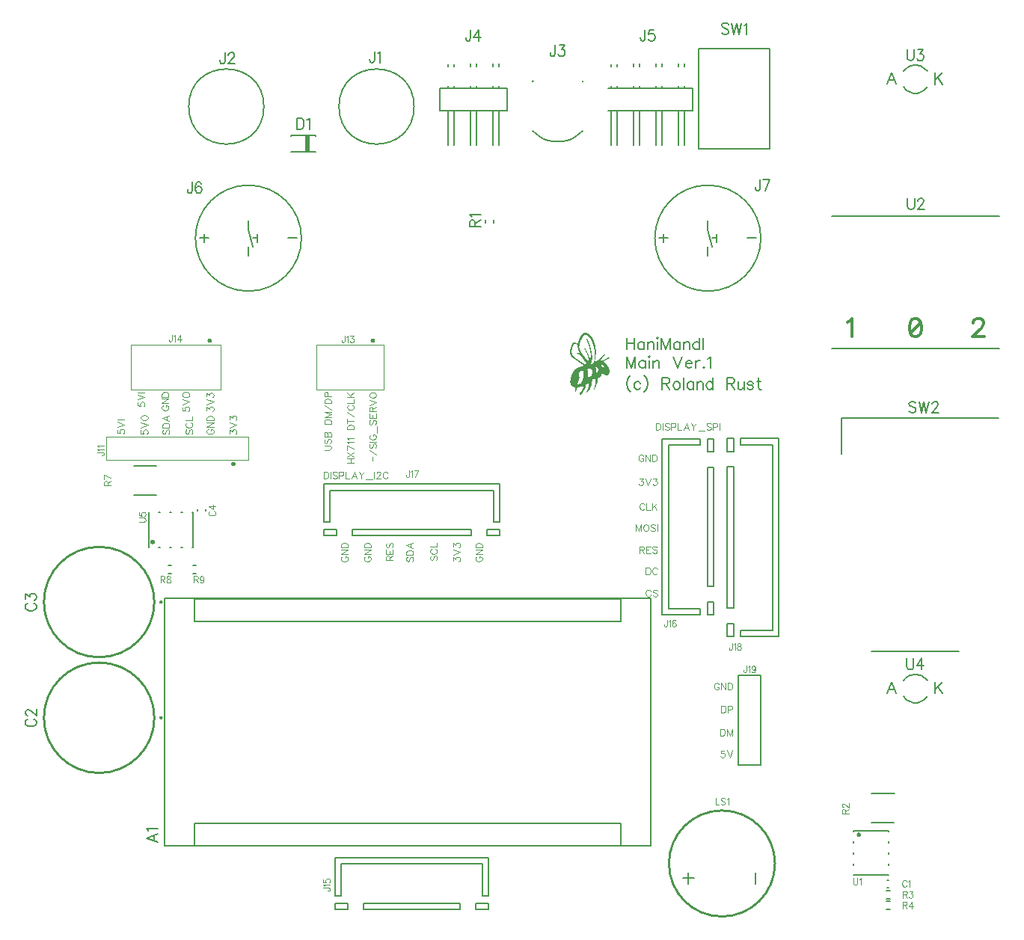
<source format=gbr>
G04 DipTrace 4.3.0.5*
G04 TopSilk.gbr*
%MOIN*%
G04 #@! TF.FileFunction,Legend,Top*
G04 #@! TF.Part,Single*
%ADD10C,0.006*%
%ADD13C,0.004724*%
%ADD24C,0.01*%
%ADD42C,0.005*%
%ADD108C,0.004632*%
%ADD109C,0.00772*%
%ADD110C,0.012351*%
%FSLAX26Y26*%
G04*
G70*
G90*
G75*
G01*
G04 TopSilk*
%LPD*%
X1062992Y736220D2*
D10*
X3228346D1*
Y1838583D1*
X1062992D1*
Y736220D1*
X1195669Y737402D2*
X3095669D1*
Y837402D1*
X1195669D1*
Y737402D1*
Y1737402D2*
X3095669D1*
Y1837402D1*
X1195669D1*
Y1737402D1*
X4283315Y584644D2*
X4291491D1*
X4283315Y549211D2*
X4291491D1*
X525591Y1307087D2*
D24*
G02X525591Y1307087I246063J0D01*
G01*
G36*
X1055118D2*
X1055051Y1306059D1*
X1054850Y1305049D1*
X1054519Y1304073D1*
X1054063Y1303150D1*
X1053491Y1302293D1*
X1052812Y1301519D1*
X1052037Y1300840D1*
X1051181Y1300268D1*
X1050257Y1299812D1*
X1049282Y1299481D1*
X1048272Y1299280D1*
X1047244Y1299213D1*
X1046216Y1299280D1*
X1045206Y1299481D1*
X1044231Y1299812D1*
X1043307Y1300268D1*
X1042451Y1300840D1*
X1041676Y1301519D1*
X1040997Y1302293D1*
X1040425Y1303150D1*
X1039969Y1304073D1*
X1039638Y1305049D1*
X1039437Y1306059D1*
X1039370Y1307087D1*
D1*
X1039437Y1308114D1*
X1039638Y1309125D1*
X1039969Y1310100D1*
X1040425Y1311024D1*
X1040997Y1311880D1*
X1041676Y1312654D1*
X1042451Y1313333D1*
X1043307Y1313906D1*
X1044231Y1314361D1*
X1045206Y1314692D1*
X1046216Y1314893D1*
X1047244Y1314961D1*
X1048272Y1314893D1*
X1049282Y1314692D1*
X1050257Y1314361D1*
X1051181Y1313906D1*
X1052037Y1313333D1*
X1052812Y1312654D1*
X1053491Y1311880D1*
X1054063Y1311024D1*
X1054519Y1310100D1*
X1054850Y1309125D1*
X1055051Y1308114D1*
X1055118Y1307087D1*
D1*
G37*
X525591Y1822835D2*
D24*
G02X525591Y1822835I246063J0D01*
G01*
G36*
X1055118D2*
X1055051Y1821807D1*
X1054850Y1820797D1*
X1054519Y1819821D1*
X1054063Y1818898D1*
X1053491Y1818041D1*
X1052812Y1817267D1*
X1052037Y1816588D1*
X1051181Y1816016D1*
X1050257Y1815560D1*
X1049282Y1815229D1*
X1048272Y1815028D1*
X1047244Y1814961D1*
X1046216Y1815028D1*
X1045206Y1815229D1*
X1044231Y1815560D1*
X1043307Y1816016D1*
X1042451Y1816588D1*
X1041676Y1817267D1*
X1040997Y1818041D1*
X1040425Y1818898D1*
X1039969Y1819821D1*
X1039638Y1820797D1*
X1039437Y1821807D1*
X1039370Y1822835D1*
D1*
X1039437Y1823862D1*
X1039638Y1824873D1*
X1039969Y1825848D1*
X1040425Y1826772D1*
X1040997Y1827628D1*
X1041676Y1828402D1*
X1042451Y1829082D1*
X1043307Y1829654D1*
X1044231Y1830109D1*
X1045206Y1830440D1*
X1046216Y1830641D1*
X1047244Y1830709D1*
X1048272Y1830641D1*
X1049282Y1830440D1*
X1050257Y1830109D1*
X1051181Y1829654D1*
X1052037Y1829082D1*
X1052812Y1828402D1*
X1053491Y1827628D1*
X1054063Y1826772D1*
X1054519Y1825848D1*
X1054850Y1824873D1*
X1055051Y1823862D1*
X1055118Y1822835D1*
D1*
G37*
X1210630Y2228196D2*
D10*
Y2236371D1*
X1246063Y2228196D2*
Y2236371D1*
X1736220Y3828740D2*
X1625984D1*
Y3830860D1*
G36*
X1708661Y3828740D2*
Y3905512D1*
X1688976D1*
Y3828740D1*
X1708661D1*
G37*
X1625984Y3901424D2*
D10*
Y3903543D1*
X1736220D1*
Y3901424D1*
Y3830860D2*
Y3828740D1*
X2702404Y4143450D2*
X2703605Y4144820D1*
X2704975Y4146021D1*
X2924946D2*
X2926316Y4144820D1*
X2927517Y4143450D1*
Y3923479D2*
X2926316Y3922109D1*
X2910828Y3908528D1*
X2893701Y3897083D1*
X2875226Y3887971D1*
X2855719Y3881350D1*
X2835516Y3877332D1*
X2814961Y3875984D1*
X2794406Y3877332D1*
X2774202Y3881350D1*
X2754696Y3887971D1*
X2736220Y3897083D1*
X2719093Y3908528D1*
X2703605Y3922109D1*
X2702404Y3923479D1*
X2353150Y4220230D2*
Y4208324D1*
X2453543Y4222513D2*
Y4208196D1*
X2553150Y4222385D2*
Y4208324D1*
X2289370Y4114567D2*
Y4014567D1*
X2589370D1*
Y4114567D1*
X2289370D1*
X2353150Y4122385D2*
Y4114567D1*
X2325591D1*
Y4122385D1*
Y4208324D2*
Y4220230D1*
X2453543Y4122513D2*
Y4114567D1*
X2425984D1*
Y4122261D1*
Y4208448D2*
Y4222261D1*
X2553150Y4122385D2*
Y4114567D1*
X2525591D1*
Y4122385D1*
Y4208324D2*
Y4222385D1*
X2325591Y4014567D2*
Y3859843D1*
X2353150D2*
Y4014567D1*
X2425591D2*
Y3859646D1*
X2453150D2*
Y4014567D1*
X2525591D2*
Y3859646D1*
X2553150D2*
Y4014567D1*
X3079921Y4220230D2*
Y4208324D1*
X3179921Y4222385D2*
Y4208324D1*
X3279921Y4222385D2*
Y4208324D1*
X3379921Y4222385D2*
Y4208324D1*
X3038976Y4114567D2*
X3416142D1*
Y4014567D1*
X3038976D1*
X3079921Y4122385D2*
Y4114567D1*
X3052362D1*
Y4122385D1*
Y4208324D2*
Y4220230D1*
X3179921Y4122385D2*
Y4114567D1*
X3152362D1*
Y4122385D1*
Y4208324D2*
Y4222385D1*
X3279921Y4122385D2*
Y4114567D1*
X3252362D1*
Y4122385D1*
Y4208324D2*
Y4222385D1*
X3379921Y4122385D2*
Y4114567D1*
X3352362D1*
Y4122385D1*
Y4208324D2*
Y4222385D1*
X3052362Y4014567D2*
Y3859646D1*
X3079921D2*
Y4014567D1*
X3152362D2*
Y3859646D1*
X3179921D2*
Y4014567D1*
X3252362D2*
Y3859646D1*
X3279921D2*
Y4014567D1*
X3352362D2*
Y3859646D1*
X3379921D2*
Y4014567D1*
X1200787Y3444882D2*
G02X1200787Y3444882I236220J0D01*
G01*
X1437008Y3523622D2*
Y3484252D1*
Y3366142D2*
Y3405512D1*
Y3484252D2*
X1456693Y3405512D1*
Y3444882D2*
X1476378D1*
Y3464567D2*
Y3425197D1*
X1220472Y3444882D2*
X1259843D1*
X1240157Y3464567D2*
Y3425197D1*
X1614173Y3444882D2*
X1653543D1*
X3248031D2*
G02X3248031Y3444882I236220J0D01*
G01*
X3484252Y3523622D2*
Y3484252D1*
Y3366142D2*
Y3405512D1*
Y3484252D2*
X3503937Y3405512D1*
Y3444882D2*
X3523622D1*
Y3464567D2*
Y3425197D1*
X3267717Y3444882D2*
X3307087D1*
X3287402Y3464567D2*
Y3425197D1*
X3661417Y3444882D2*
X3700787D1*
X1437008Y2455512D2*
D13*
Y2560236D1*
X803150D1*
Y2455512D1*
X1437008D1*
G36*
X1379764Y2438740D2*
X1379681Y2437476D1*
X1379434Y2436233D1*
X1379027Y2435034D1*
X1378466Y2433898D1*
X1377762Y2432844D1*
X1376927Y2431892D1*
X1375975Y2431056D1*
X1374921Y2430353D1*
X1373785Y2429792D1*
X1372585Y2429385D1*
X1371343Y2429138D1*
X1370079Y2429055D1*
X1368815Y2429138D1*
X1367572Y2429385D1*
X1366372Y2429792D1*
X1365236Y2430353D1*
X1364183Y2431056D1*
X1363230Y2431892D1*
X1362395Y2432844D1*
X1361691Y2433898D1*
X1361131Y2435034D1*
X1360724Y2436233D1*
X1360477Y2437476D1*
X1360394Y2438740D1*
D1*
X1360477Y2440004D1*
X1360724Y2441247D1*
X1361131Y2442446D1*
X1361691Y2443583D1*
X1362395Y2444636D1*
X1363230Y2445589D1*
X1364183Y2446424D1*
X1365236Y2447128D1*
X1366372Y2447688D1*
X1367572Y2448095D1*
X1368815Y2448342D1*
X1370079Y2448425D1*
X1371343Y2448342D1*
X1372585Y2448095D1*
X1373785Y2447688D1*
X1374921Y2447128D1*
X1375975Y2446424D1*
X1376927Y2445589D1*
X1377762Y2444636D1*
X1378466Y2443583D1*
X1379027Y2442446D1*
X1379434Y2441247D1*
X1379681Y2440004D1*
X1379764Y2438740D1*
D1*
G37*
X2041339Y2771260D2*
D13*
Y2971260D1*
X1741339D1*
Y2771260D1*
X2041339D1*
G36*
X2001181Y2988189D2*
X2001097Y2986904D1*
X2000846Y2985642D1*
X2000432Y2984422D1*
X1999862Y2983268D1*
X1999147Y2982197D1*
X1998298Y2981229D1*
X1997330Y2980380D1*
X1996260Y2979665D1*
X1995105Y2979096D1*
X1993886Y2978682D1*
X1992623Y2978431D1*
X1991339Y2978346D1*
X1990054Y2978431D1*
X1988791Y2978682D1*
X1987572Y2979096D1*
X1986417Y2979665D1*
X1985347Y2980380D1*
X1984379Y2981229D1*
X1983530Y2982197D1*
X1982815Y2983268D1*
X1982245Y2984422D1*
X1981831Y2985642D1*
X1981580Y2986904D1*
X1981496Y2988189D1*
D1*
X1981580Y2989474D1*
X1981831Y2990736D1*
X1982245Y2991956D1*
X1982815Y2993110D1*
X1983530Y2994181D1*
X1984379Y2995149D1*
X1985347Y2995998D1*
X1986417Y2996713D1*
X1987572Y2997282D1*
X1988791Y2997696D1*
X1990054Y2997947D1*
X1991339Y2998031D1*
X1992623Y2997947D1*
X1993886Y2997696D1*
X1995105Y2997282D1*
X1996260Y2996713D1*
X1997330Y2995998D1*
X1998298Y2995149D1*
X1999147Y2994181D1*
X1999862Y2993110D1*
X2000432Y2991956D1*
X2000846Y2990736D1*
X2001097Y2989474D1*
X2001181Y2988189D1*
D1*
G37*
X1314567Y2771260D2*
D13*
Y2971260D1*
X914567D1*
Y2771260D1*
X1314567D1*
G36*
X1274409Y2988189D2*
X1274325Y2986904D1*
X1274074Y2985642D1*
X1273660Y2984422D1*
X1273091Y2983268D1*
X1272376Y2982197D1*
X1271527Y2981229D1*
X1270559Y2980380D1*
X1269488Y2979665D1*
X1268333Y2979096D1*
X1267114Y2978682D1*
X1265852Y2978431D1*
X1264567Y2978346D1*
X1263282Y2978431D1*
X1262019Y2978682D1*
X1260800Y2979096D1*
X1259646Y2979665D1*
X1258575Y2980380D1*
X1257607Y2981229D1*
X1256758Y2982197D1*
X1256043Y2983268D1*
X1255474Y2984422D1*
X1255060Y2985642D1*
X1254809Y2986904D1*
X1254724Y2988189D1*
D1*
X1254809Y2989474D1*
X1255060Y2990736D1*
X1255474Y2991956D1*
X1256043Y2993110D1*
X1256758Y2994181D1*
X1257607Y2995149D1*
X1258575Y2995998D1*
X1259646Y2996713D1*
X1260800Y2997282D1*
X1262019Y2997696D1*
X1263282Y2997947D1*
X1264567Y2998031D1*
X1265852Y2997947D1*
X1267114Y2997696D1*
X1268333Y2997282D1*
X1269488Y2996713D1*
X1270559Y2995998D1*
X1271527Y2995149D1*
X1272376Y2994181D1*
X1273091Y2993110D1*
X1273660Y2991956D1*
X1274074Y2990736D1*
X1274325Y2989474D1*
X1274409Y2988189D1*
D1*
G37*
X1823354Y513181D2*
D10*
X1851354D1*
Y655181D1*
X2479354D1*
Y513181D1*
X2507354D1*
Y683181D1*
X1823354D1*
Y513181D1*
Y481181D2*
Y453181D1*
X1880854D1*
Y481181D1*
X1823354D1*
X2449854D2*
Y453181D1*
X2507354D1*
Y481181D1*
X2449854D1*
X1949862D2*
Y453181D1*
X2380846D1*
Y481181D1*
X1949862D1*
X3451386Y1765480D2*
Y1793480D1*
Y1765480D2*
X3281386D1*
Y2549480D1*
X3451386D1*
Y2521480D1*
X3309386D1*
Y1793480D1*
X3451386D1*
X3483386Y1765480D2*
X3511386D1*
Y1822980D1*
X3483386D1*
Y1765480D1*
Y1891980D2*
X3511386D1*
Y2422980D1*
X3483386D1*
Y1891980D1*
Y2491980D2*
X3511386D1*
Y2549480D1*
X3483386D1*
Y2491980D1*
X1773354Y2178535D2*
X1801354D1*
X1773354D2*
Y2348535D1*
X2557354D1*
Y2178535D1*
X2529354D1*
Y2320535D1*
X1801354D1*
Y2178535D1*
X1773354Y2146535D2*
Y2118535D1*
X1830854D1*
Y2146535D1*
X1773354D1*
X1899854D2*
Y2118535D1*
X2430854D1*
Y2146535D1*
X1899854D1*
X2499854D2*
Y2118535D1*
X2557354D1*
Y2146535D1*
X2499854D1*
X3631291Y2552236D2*
Y2524236D1*
X3773291D1*
Y1696236D1*
X3631291D1*
Y1668236D1*
X3801291D1*
Y2552236D1*
X3631291D1*
X3599291D2*
X3571291D1*
Y2494736D1*
X3599291D1*
Y2552236D1*
Y1725736D2*
X3571291D1*
Y1668236D1*
X3599291D1*
Y1725736D1*
Y2425728D2*
X3571291D1*
Y1797244D1*
X3599291D1*
Y2425728D1*
X3719291Y1495276D2*
X3619291D1*
Y1095276D1*
X3719291D1*
Y1495276D1*
X3311024Y657480D2*
D24*
G02X3311024Y657480I236220J0D01*
G01*
X3397244Y567520D2*
D42*
Y617520D1*
X3372244Y592520D2*
X3422244D1*
X3697244Y567520D2*
Y617520D1*
X2494094Y3527710D2*
D10*
Y3511660D1*
X2529528D2*
Y3527710D1*
X4214568Y838581D2*
X4312993D1*
X4314962Y968503D2*
X4212600D1*
X4297396Y535432D2*
X4281346D1*
Y499999D2*
X4297396D1*
Y488188D2*
X4281346D1*
Y452755D2*
X4297396D1*
X927165Y2301181D2*
X1025591D1*
X1027559Y2431102D2*
X925197D1*
X1078589Y1950787D2*
X1094639D1*
Y1986220D2*
X1078589D1*
X1204875D2*
X1188825D1*
Y1950787D2*
X1204875D1*
X4079528Y2643701D2*
X4780315D1*
X4213386Y1604331D2*
X4603150D1*
X4079528Y2643701D2*
Y2484252D1*
X4291340Y606298D2*
X4133860D1*
Y608031D1*
Y751415D2*
Y758031D1*
Y801415D2*
Y803148D1*
X4291340D1*
Y801415D1*
Y658031D2*
Y651415D1*
Y608031D2*
Y606298D1*
Y655510D2*
Y658031D1*
Y751415D2*
Y758031D1*
X4133860Y708031D2*
Y701415D1*
Y658031D2*
Y651415D1*
X4291340Y701415D2*
Y708031D1*
G36*
X4167324Y785432D2*
X4167240Y784147D1*
X4166989Y782884D1*
X4166575Y781665D1*
X4166005Y780510D1*
X4165290Y779440D1*
X4164441Y778472D1*
X4163473Y777623D1*
X4162403Y776908D1*
X4161248Y776338D1*
X4160029Y775925D1*
X4158766Y775673D1*
X4157482Y775589D1*
X4156197Y775673D1*
X4154934Y775925D1*
X4153715Y776338D1*
X4152560Y776908D1*
X4151490Y777623D1*
X4150522Y778472D1*
X4149673Y779440D1*
X4148958Y780510D1*
X4148388Y781665D1*
X4147974Y782884D1*
X4147723Y784147D1*
X4147639Y785432D1*
D1*
X4147723Y786716D1*
X4147974Y787979D1*
X4148388Y789198D1*
X4148958Y790353D1*
X4149673Y791424D1*
X4150522Y792391D1*
X4151490Y793240D1*
X4152560Y793956D1*
X4153715Y794525D1*
X4154934Y794939D1*
X4156197Y795190D1*
X4157482Y795274D1*
X4158766Y795190D1*
X4160029Y794939D1*
X4161248Y794525D1*
X4162403Y793956D1*
X4163473Y793240D1*
X4164441Y792391D1*
X4165290Y791424D1*
X4166005Y790353D1*
X4166575Y789198D1*
X4166989Y787979D1*
X4167240Y786716D1*
X4167324Y785432D1*
D1*
G37*
X4035433Y2952756D2*
D10*
X4783465D1*
Y3543307D2*
X4035433D1*
X4461867Y4118850D2*
X4459425Y4115194D1*
X4453992Y4109000D1*
X4447798Y4103567D1*
X4440946Y4098990D1*
X4433556Y4095345D1*
X4425753Y4092697D1*
X4417672Y4091089D1*
X4409450Y4090550D1*
X4401228Y4091089D1*
X4393147Y4092697D1*
X4385344Y4095345D1*
X4377954Y4098990D1*
X4371102Y4103567D1*
X4364908Y4109000D1*
X4359475Y4115194D1*
X4356974Y4118938D1*
Y4188146D2*
X4359475Y4191890D1*
X4364908Y4198084D1*
X4371102Y4203517D1*
X4377954Y4208094D1*
X4385344Y4211739D1*
X4393147Y4214387D1*
X4401228Y4215995D1*
X4409450Y4216534D1*
X4417672Y4215995D1*
X4425753Y4214387D1*
X4433556Y4211739D1*
X4440946Y4208094D1*
X4447798Y4203517D1*
X4453992Y4198084D1*
X4459425Y4191890D1*
X4461867Y4188234D1*
Y1402315D2*
X4459425Y1398659D1*
X4453992Y1392465D1*
X4447798Y1387031D1*
X4440946Y1382454D1*
X4433556Y1378810D1*
X4425753Y1376161D1*
X4417672Y1374554D1*
X4409450Y1374014D1*
X4401228Y1374554D1*
X4393147Y1376161D1*
X4385344Y1378810D1*
X4377954Y1382454D1*
X4371102Y1387031D1*
X4364908Y1392465D1*
X4359475Y1398659D1*
X4356974Y1402403D1*
Y1471610D2*
X4359475Y1475354D1*
X4364908Y1481549D1*
X4371102Y1486982D1*
X4377954Y1491559D1*
X4385344Y1495203D1*
X4393147Y1497852D1*
X4401228Y1499459D1*
X4409450Y1499999D1*
X4417672Y1499459D1*
X4425753Y1497852D1*
X4433556Y1495203D1*
X4440946Y1491559D1*
X4447798Y1486982D1*
X4453992Y1481549D1*
X4459425Y1475354D1*
X4461867Y1471698D1*
X1188976Y2224409D2*
Y2066929D1*
X1187243D1*
X1043860D2*
X1037243D1*
X993860D2*
X992126D1*
Y2224409D1*
X993860D1*
X1137243D2*
X1143860D1*
X1187243D2*
X1188976D1*
X1139764D2*
X1137243D1*
X1043860D2*
X1037243D1*
X1087243Y2066929D2*
X1093860D1*
X1137243D2*
X1143860D1*
X1093860Y2224409D2*
X1087243D1*
G36*
X1009843Y2100394D2*
X1011127Y2100309D1*
X1012390Y2100058D1*
X1013609Y2099644D1*
X1014764Y2099075D1*
X1015834Y2098360D1*
X1016802Y2097511D1*
X1017651Y2096543D1*
X1018366Y2095472D1*
X1018936Y2094318D1*
X1019350Y2093099D1*
X1019601Y2091836D1*
X1019685Y2090551D1*
X1019601Y2089266D1*
X1019350Y2088004D1*
X1018936Y2086785D1*
X1018366Y2085630D1*
X1017651Y2084559D1*
X1016802Y2083591D1*
X1015834Y2082743D1*
X1014764Y2082027D1*
X1013609Y2081458D1*
X1012390Y2081044D1*
X1011127Y2080793D1*
X1009843Y2080709D1*
D1*
X1008558Y2080793D1*
X1007295Y2081044D1*
X1006076Y2081458D1*
X1004921Y2082027D1*
X1003851Y2082743D1*
X1002883Y2083591D1*
X1002034Y2084559D1*
X1001319Y2085630D1*
X1000749Y2086785D1*
X1000335Y2088004D1*
X1000084Y2089266D1*
X1000000Y2090551D1*
X1000084Y2091836D1*
X1000335Y2093099D1*
X1000749Y2094318D1*
X1001319Y2095472D1*
X1002034Y2096543D1*
X1002883Y2097511D1*
X1003851Y2098360D1*
X1004921Y2099075D1*
X1006076Y2099644D1*
X1007295Y2100058D1*
X1008558Y2100309D1*
X1009843Y2100394D1*
D1*
G37*
X1171260Y4031496D2*
D10*
G02X1171260Y4031496I167323J0D01*
G01*
X1840551D2*
G02X1840551Y4031496I167323J0D01*
G01*
X3444882Y4289370D2*
X3759843D1*
Y3841732D1*
X3444882D1*
Y4289370D1*
G36*
X2891495Y2858196D2*
X2891157Y2857886D1*
X2889640Y2856339D1*
X2889302Y2855875D1*
X2888628Y2855101D1*
X2887616Y2853863D1*
X2887279Y2853399D1*
X2886773Y2852780D1*
X2886604Y2852470D1*
X2886098Y2851851D1*
X2885930Y2851542D1*
X2885593Y2851077D1*
X2885424Y2850768D1*
X2884749Y2849839D1*
X2884581Y2849530D1*
X2884244Y2849066D1*
X2883400Y2847518D1*
X2883063Y2847054D1*
X2881040Y2843340D1*
X2880871Y2842876D1*
X2880702Y2842566D1*
X2880534Y2842102D1*
X2880028Y2841174D1*
X2879859Y2840709D1*
X2879691Y2840400D1*
X2879522Y2839936D1*
X2879353Y2839626D1*
X2879185Y2839162D1*
X2878847Y2838543D1*
X2878679Y2837924D1*
X2878510Y2837614D1*
X2878342Y2837150D1*
X2878173Y2836841D1*
X2878004Y2836222D1*
X2877836Y2835912D1*
X2877667Y2835448D1*
X2877498Y2835138D1*
X2877330Y2834519D1*
X2877161Y2834210D1*
X2876992Y2833591D1*
X2876824Y2833127D1*
X2876655Y2832508D1*
X2876487Y2832198D1*
X2876318Y2831424D1*
X2876149Y2831115D1*
X2875981Y2830496D1*
X2875812Y2830032D1*
X2875643Y2829722D1*
X2875475Y2828948D1*
X2875306Y2828484D1*
X2875138Y2827865D1*
X2874969Y2827401D1*
X2874800Y2826782D1*
X2874632Y2826318D1*
X2874463Y2825389D1*
X2874294Y2824925D1*
X2874126Y2824151D1*
X2873957Y2823687D1*
X2873789Y2822913D1*
X2873620Y2822449D1*
X2873451Y2821520D1*
X2873283Y2821056D1*
X2873114Y2819973D1*
X2872945Y2819509D1*
X2872777Y2818425D1*
X2872608Y2817807D1*
X2872440Y2817033D1*
X2872271Y2815950D1*
X2872102Y2815176D1*
X2871934Y2813783D1*
X2871765Y2812855D1*
X2871596Y2810998D1*
X2871428Y2809605D1*
Y2800939D1*
X2871596Y2800010D1*
X2871765Y2798463D1*
X2871934Y2797999D1*
X2872102Y2796915D1*
X2872271Y2796451D1*
X2872440Y2795523D1*
X2872608Y2795058D1*
X2872777Y2794749D1*
X2872945Y2794130D1*
X2873283Y2793201D1*
X2873451Y2792892D1*
X2873620Y2792428D1*
X2873789Y2792118D1*
X2873957Y2791654D1*
X2874800Y2790107D1*
X2875138Y2789642D1*
X2875306Y2789333D1*
X2875981Y2788404D1*
X2877330Y2786857D1*
X2878510Y2785774D1*
X2879522Y2785000D1*
X2880196Y2784536D1*
X2881208Y2783917D1*
X2882389Y2783298D1*
X2883063Y2782988D1*
X2884749Y2782369D1*
X2886098Y2781905D1*
X2887279Y2781595D1*
X2888796Y2781286D1*
X2890483Y2780976D1*
X2891157Y2780822D1*
X2892169Y2780357D1*
X2892506Y2780048D1*
X2892844Y2779893D1*
X2893349Y2779429D1*
Y2779274D1*
X2893687Y2778810D1*
X2893855Y2778191D1*
X2894024Y2777881D1*
X2894193Y2777727D1*
Y2775405D1*
X2894024Y2775251D1*
X2893855Y2774477D1*
X2893687Y2773394D1*
X2893518Y2772775D1*
X2893349Y2771691D1*
X2893181Y2771072D1*
X2893012Y2769989D1*
X2892844Y2769370D1*
X2892675Y2766894D1*
Y2766585D1*
X2892844Y2764418D1*
X2893012Y2763799D1*
X2893181Y2763026D1*
X2893349Y2762716D1*
X2893518Y2762252D1*
X2894024Y2761323D1*
X2894698Y2760550D1*
X2894867Y2760395D1*
X2895204Y2760240D1*
X2895710D1*
X2896047Y2760395D1*
X2896385Y2760704D1*
X2896722Y2761169D1*
X2897059Y2761788D1*
X2897228Y2762407D1*
X2897397Y2762716D1*
X2897565Y2763335D1*
X2897734Y2763799D1*
X2897902Y2764573D1*
X2898071Y2765037D1*
X2898240Y2766120D1*
X2898408Y2766585D1*
X2898577Y2767823D1*
X2898746Y2768596D1*
X2898914Y2770144D1*
X2899083Y2770918D1*
X2899251Y2772001D1*
X2899589Y2772620D1*
X2899757Y2773239D1*
X2900263Y2774167D1*
X2900432Y2774632D1*
X2900769Y2775251D1*
X2901275Y2775870D1*
X2901612Y2776334D1*
Y2776489D1*
X2903636Y2778346D1*
X2903973Y2778500D1*
X2905491Y2779429D1*
X2906165Y2779738D1*
X2907008Y2780048D1*
X2908020Y2780512D1*
X2908695Y2780667D1*
X2909538Y2780976D1*
X2911899Y2781595D1*
X2913248Y2781905D1*
X2913585Y2782060D1*
X2914091Y2782214D1*
X2914934Y2782369D1*
X2921679Y2783917D1*
X2922859Y2784226D1*
X2924546Y2784690D1*
X2927581Y2785619D1*
X2928424Y2785928D1*
X2929942Y2786393D1*
X2930122Y2786485D1*
X2930269Y2786475D1*
X2930448Y2786393D1*
Y2785155D1*
X2930279Y2785000D1*
X2930110Y2783762D1*
X2929942Y2783143D1*
X2929773Y2782214D1*
X2929605Y2781905D1*
X2929436Y2780976D1*
X2929267Y2780667D1*
X2929099Y2780048D1*
X2928761Y2779119D1*
X2928593Y2778810D1*
X2928255Y2777881D1*
X2928087Y2777572D1*
X2927750Y2776798D1*
X2927412Y2775870D1*
X2927075Y2775251D1*
X2926906Y2774786D1*
X2926569Y2774167D1*
X2926401Y2773703D1*
X2926063Y2773084D1*
X2925895Y2772620D1*
X2925557Y2772001D1*
X2925220Y2771537D1*
X2924883Y2770918D1*
X2924714Y2770453D1*
X2923534Y2768287D1*
X2923197Y2767823D1*
X2922859Y2767204D1*
X2922691Y2766739D1*
X2922354Y2766120D1*
X2922016Y2765656D1*
X2921173Y2764109D1*
X2920836Y2763645D1*
X2920330Y2762716D1*
X2919993Y2762252D1*
X2918981Y2760395D1*
X2918644Y2759931D1*
X2918138Y2759002D1*
X2917801Y2758538D1*
X2913922Y2751419D1*
X2913753Y2750955D1*
X2913585Y2750646D1*
X2913416Y2750181D1*
X2913248Y2749872D1*
X2912742Y2748479D1*
X2912573Y2747705D1*
X2912404Y2747086D1*
Y2746467D1*
X2912573Y2745848D1*
X2912742Y2745539D1*
X2913248Y2745075D1*
X2913753Y2744920D1*
X2914597D1*
X2915271Y2745075D1*
X2916620Y2745694D1*
X2917126Y2746158D1*
X2917463Y2746313D1*
X2918306Y2746932D1*
X2919824Y2748324D1*
X2920667Y2749253D1*
X2921679Y2750336D1*
X2923197Y2752193D1*
X2923534Y2752657D1*
X2924208Y2753431D1*
X2924377Y2753741D1*
X2924883Y2754360D1*
X2925557Y2755288D1*
X2925726Y2755598D1*
X2926232Y2756217D1*
X2926401Y2756526D1*
X2926738Y2756990D1*
X2926906Y2757300D1*
X2927412Y2757919D1*
X2927581Y2758228D1*
X2927918Y2758693D1*
X2928087Y2759002D1*
X2928424Y2759466D1*
X2928761Y2760085D1*
X2929099Y2760550D1*
X2929942Y2762097D1*
X2930279Y2762561D1*
X2930616Y2763180D1*
X2930954Y2763645D1*
X2933820Y2768906D1*
X2933989Y2769370D1*
X2934832Y2770918D1*
X2935169Y2771691D1*
X2935338Y2772156D1*
X2935507Y2772465D1*
X2935675Y2772929D1*
X2935844Y2773239D1*
X2936012Y2773703D1*
X2936350Y2774322D1*
X2936518Y2774786D1*
X2936687Y2775096D1*
X2936856Y2775560D1*
X2937024Y2775870D1*
X2937193Y2776334D1*
X2937361Y2776643D1*
X2937530Y2777262D1*
X2937699Y2777572D1*
X2938710Y2780357D1*
X2938879Y2780976D1*
X2939048Y2781286D1*
X2939216Y2782060D1*
X2939385Y2782369D1*
X2939554Y2783143D1*
X2939891Y2784071D1*
X2940059Y2784845D1*
X2940228Y2785464D1*
X2940397Y2786238D1*
X2940565Y2786857D1*
X2940734Y2787785D1*
X2940903Y2788559D1*
X2941071Y2790107D1*
X2941240Y2790571D1*
X2941408Y2791190D1*
X2941577Y2791499D1*
X2941746Y2792118D1*
X2942252Y2793047D1*
X2942589Y2793511D1*
X2943095Y2794130D1*
Y2794285D1*
X2946467Y2797380D1*
X2946805Y2797534D1*
X2947479Y2797999D1*
X2948660Y2798927D1*
X2949334Y2799391D1*
X2950177Y2800010D1*
X2953718Y2803260D1*
X2954056Y2803724D1*
X2954141Y2803878D1*
X2954232Y2804021D1*
X2954352Y2804131D1*
X2954438Y2804124D1*
X2954562Y2804034D1*
Y2801403D1*
X2954730Y2801248D1*
Y2795523D1*
X2954562Y2795368D1*
X2954393Y2792428D1*
X2954224Y2791654D1*
X2954056Y2789952D1*
X2953887Y2789178D1*
X2953718Y2787940D1*
X2953550Y2787321D1*
X2953381Y2786238D1*
X2953212Y2785774D1*
X2953044Y2785155D1*
X2952875Y2784226D1*
X2952707Y2783762D1*
X2952538Y2782988D1*
X2952369Y2782524D1*
X2952201Y2781750D1*
X2952032Y2781286D1*
X2951863Y2780667D1*
X2951695Y2780203D1*
X2951526Y2779584D1*
X2951358Y2779274D1*
X2951189Y2778500D1*
X2951020Y2778191D1*
X2950852Y2777572D1*
X2950683Y2777262D1*
X2950514Y2776643D1*
X2950346Y2776334D1*
X2950009Y2775405D1*
X2949840Y2775096D1*
X2949671Y2774477D1*
X2949503Y2774167D1*
X2949334Y2773703D1*
X2949165Y2773394D1*
X2948997Y2772929D1*
X2948828Y2772620D1*
X2948491Y2771691D1*
X2948154Y2771072D1*
X2947985Y2770453D1*
X2947816Y2770144D1*
X2947648Y2769680D1*
X2947142Y2768751D1*
X2946973Y2768287D1*
X2946636Y2767668D1*
X2946467Y2767204D1*
X2946299Y2766894D1*
X2946130Y2766430D1*
X2945961Y2766120D1*
X2945793Y2765656D1*
X2945624Y2765347D1*
X2945118Y2763954D1*
X2944950Y2763645D1*
X2944781Y2763180D1*
X2944612Y2762871D1*
X2944444Y2762097D1*
X2944275Y2761788D1*
X2944107Y2760859D1*
Y2759157D1*
X2944444Y2758538D1*
X2944950Y2758074D1*
X2945624Y2757919D1*
X2945793D1*
X2946636Y2758074D1*
X2946973Y2758228D1*
X2947648Y2758693D1*
X2948154Y2759002D1*
X2950177Y2760859D1*
X2951526Y2762407D1*
X2951863Y2762871D1*
X2952538Y2763645D1*
X2952875Y2764109D1*
X2953381Y2764728D1*
X2953550Y2765037D1*
X2954056Y2765656D1*
X2954224Y2765966D1*
X2954562Y2766430D1*
X2954730Y2766739D1*
X2955405Y2767668D1*
X2955573Y2767977D1*
X2955911Y2768442D1*
X2956248Y2769061D1*
X2956585Y2769525D1*
X2956922Y2770144D1*
X2957260Y2770608D1*
X2958440Y2772775D1*
X2958777Y2773239D1*
X2959620Y2774786D1*
X2959789Y2775251D1*
X2961138Y2777727D1*
X2961307Y2778191D1*
X2961981Y2779429D1*
X2962150Y2780048D1*
X2962318Y2780357D1*
X2962487Y2780822D1*
X2962656Y2781131D1*
X2962824Y2781595D1*
X2962993Y2781905D1*
X2963162Y2782369D1*
X2963330Y2782679D1*
X2963836Y2784071D1*
X2964005Y2784381D1*
X2964173Y2785000D1*
X2964342Y2785309D1*
X2964848Y2786702D1*
X2965016Y2787321D1*
X2965185Y2787631D1*
X2965354Y2788404D1*
X2965522Y2788869D1*
X2965691Y2789488D1*
X2965860Y2789952D1*
X2966028Y2790880D1*
X2966197Y2791345D1*
X2966365Y2792428D1*
X2966534Y2793047D1*
X2966703Y2794285D1*
X2966871Y2795368D1*
X2967040Y2798618D1*
X2967209Y2799391D1*
X2967377Y2800784D1*
X2967546Y2801403D1*
X2967715Y2802177D1*
X2967883Y2803260D1*
X2968052Y2803724D1*
X2968220Y2804808D1*
X2968389Y2805272D1*
X2968558Y2806200D1*
X2968726Y2806819D1*
X2968895Y2807593D1*
X2969064Y2808057D1*
X2969232Y2808831D1*
X2969401Y2809295D1*
X2969569Y2810069D1*
X2969738Y2810379D1*
X2969907Y2810998D1*
X2970075Y2811462D1*
X2970244Y2812081D1*
X2970413Y2812390D1*
X2970581Y2813009D1*
X2970918Y2813628D1*
X2971087Y2814093D1*
X2971256Y2814402D1*
X2971424Y2814866D1*
X2972099Y2816104D1*
X2972436Y2816569D1*
X2972605Y2816878D1*
Y2817033D1*
X2974122Y2818425D1*
X2974797Y2818735D1*
X2975303Y2818890D1*
X2975809D1*
X2976820Y2818580D1*
X2977495Y2818425D1*
X2978844Y2817807D1*
X2979013Y2817652D1*
X2979518Y2817342D1*
X2979856Y2817188D1*
X2980868Y2816259D1*
Y2816104D1*
X2981542Y2815331D1*
X2981711Y2815021D1*
X2982048Y2814557D1*
X2982554Y2813628D1*
X2982891Y2812700D1*
X2983060Y2812081D1*
X2983228Y2811617D1*
X2983397Y2810688D1*
X2983566Y2810069D1*
X2983734Y2808367D1*
X2983903Y2806200D1*
X2984071Y2806046D1*
Y2805581D1*
X2983903Y2805427D1*
X2983734Y2802641D1*
X2983566Y2800320D1*
X2983397Y2799391D1*
X2983228Y2797844D1*
X2983060Y2797225D1*
X2982891Y2795832D1*
X2982722Y2795213D1*
X2982554Y2793975D1*
X2982385Y2793511D1*
X2982217Y2792428D1*
X2982048Y2791964D1*
X2981879Y2791035D1*
X2981711Y2790416D1*
X2981542Y2789488D1*
X2981205Y2788559D1*
X2981036Y2787631D1*
X2980868Y2787166D1*
X2980699Y2786393D1*
X2980530Y2785928D1*
X2980362Y2785155D1*
X2980193Y2784690D1*
X2980024Y2783917D1*
X2979856Y2783452D1*
X2979687Y2782524D1*
X2979518Y2782214D1*
X2979350Y2781286D1*
X2979181Y2780822D1*
X2979013Y2780203D1*
X2978844Y2779738D1*
X2978675Y2778965D1*
X2978507Y2778500D1*
X2978338Y2777727D1*
X2978001Y2776798D1*
X2977832Y2776024D1*
X2977664Y2775560D1*
X2977495Y2774786D1*
X2977326Y2774322D1*
X2977158Y2773394D1*
X2976989Y2772929D1*
X2976820Y2771846D1*
X2976652Y2771072D1*
Y2770453D1*
X2977326Y2770144D1*
X2978338Y2769834D1*
X2978507D1*
X2978675Y2770299D1*
X2979013Y2770918D1*
X2979350Y2771846D1*
X2979687Y2772465D1*
X2980024Y2773394D1*
X2980193Y2773703D1*
X2980362Y2774167D1*
X2980530Y2774477D1*
X2980699Y2774941D1*
X2980868Y2775251D1*
X2981036Y2775715D1*
X2981205Y2776024D1*
X2981373Y2776489D1*
X2981542Y2776798D1*
X2981711Y2777262D1*
X2981879Y2777572D1*
X2982048Y2778036D1*
X2982217Y2778346D1*
X2982385Y2778810D1*
X2982554Y2779119D1*
X2982722Y2779584D1*
X2982891Y2779893D1*
X2983060Y2780357D1*
X2983397Y2780976D1*
X2983566Y2781441D1*
X2983734Y2781750D1*
X2983903Y2782214D1*
X2984071Y2782524D1*
X2984240Y2782988D1*
X2984409Y2783298D1*
X2984746Y2784071D1*
X2985083Y2785000D1*
X2985420Y2785619D1*
X2985589Y2786238D1*
X2985758Y2786547D1*
X2985926Y2787012D1*
X2986264Y2787631D1*
X2986432Y2788095D1*
X2986601Y2788404D1*
X2986769Y2788869D1*
X2986938Y2789178D1*
X2987107Y2789642D1*
X2987275Y2789952D1*
X2987444Y2790416D1*
X2987613Y2790726D1*
X2987781Y2791190D1*
X2987950Y2791499D1*
X2988287Y2792273D1*
X2988624Y2793201D1*
X2988962Y2793820D1*
X2989130Y2794285D1*
X2989636Y2795058D1*
X2990142Y2795987D1*
X2990479Y2796451D1*
X2990817Y2797070D1*
X2991154Y2797844D1*
X2991322Y2798308D1*
X2991491Y2798618D1*
X2991660Y2799082D1*
X2991828Y2799391D1*
X2991997Y2800010D1*
X2992166Y2800320D1*
X2992334Y2801094D1*
X2992503Y2801403D1*
X2992671Y2801867D1*
X2992840Y2802951D1*
X2993009Y2803724D1*
X2993177Y2805891D1*
Y2807748D1*
X2993009Y2810069D1*
X2992840Y2810688D1*
X2992671Y2811771D1*
X2992503Y2812236D1*
X2992334Y2812855D1*
X2992166Y2813628D1*
X2991660Y2815021D1*
X2991491Y2815795D1*
X2991322Y2815950D1*
Y2817342D1*
X2991491Y2817497D1*
X2991660Y2817961D1*
Y2818116D1*
X2992671Y2819044D1*
X2998068Y2821520D1*
X2998573Y2821830D1*
X2999417Y2822294D1*
X3000091Y2822758D1*
X3000597Y2823068D1*
X3001609Y2823842D1*
X3003632Y2825699D1*
X3004644Y2826782D1*
X3005656Y2828020D1*
X3005824Y2828329D1*
X3006836Y2829722D1*
X3007174Y2830341D1*
X3007511Y2830805D1*
X3008691Y2832972D1*
X3008860Y2833436D1*
X3009366Y2834365D1*
X3009534Y2834984D1*
X3009703Y2835293D1*
X3009872Y2835757D1*
X3010040Y2836067D1*
X3010209Y2836531D1*
X3010377Y2836841D1*
X3010546Y2837460D1*
X3010715Y2837769D1*
X3010883Y2838388D1*
X3011558Y2839626D1*
Y2839781D1*
X3012232Y2840400D1*
X3012570Y2840555D1*
X3012738Y2840709D1*
X3013525Y2840864D1*
X3014312D1*
X3015099Y2840709D1*
X3015436Y2840555D1*
X3016279Y2840245D1*
X3018640Y2839162D1*
X3018809Y2839007D1*
X3019652Y2838543D1*
X3021676Y2837305D1*
X3024205Y2835912D1*
X3026566Y2834829D1*
X3027746Y2834365D1*
X3029770Y2833746D1*
X3031962Y2833436D1*
X3033985D1*
X3034829Y2833591D1*
X3034954Y2833690D1*
X3035042Y2833681D1*
X3035166Y2833591D1*
X3036683Y2834055D1*
X3038370Y2834829D1*
X3039382Y2835448D1*
X3042417Y2838233D1*
X3042585Y2838543D1*
X3043091Y2839162D1*
X3043260Y2839471D1*
X3043597Y2839936D1*
X3044609Y2841793D1*
X3044778Y2842257D1*
X3045115Y2842876D1*
X3045284Y2843495D1*
X3045452Y2843804D1*
X3045621Y2844578D1*
X3045789Y2844887D1*
X3045958Y2846125D1*
X3046127Y2846744D1*
X3046295Y2848756D1*
Y2852161D1*
X3046127Y2854482D1*
X3045958Y2855410D1*
X3045789Y2856648D1*
X3045621Y2857113D1*
X3045452Y2858196D1*
X3045284Y2858660D1*
X3045115Y2859589D1*
X3044778Y2860517D1*
X3044609Y2861136D1*
X3044440Y2861446D1*
X3044272Y2862219D1*
X3044103Y2862529D1*
X3043934Y2863303D1*
X3043766Y2863612D1*
X3043597Y2864231D1*
X3043429Y2864541D1*
X3043260Y2865005D1*
X3043091Y2865314D1*
X3042923Y2865933D1*
X3042754Y2866243D1*
X3042585Y2866707D1*
X3042417Y2867017D1*
X3042248Y2867481D1*
X3041911Y2868100D1*
X3041742Y2868564D1*
X3040899Y2870112D1*
X3040731Y2870576D1*
X3039044Y2873671D1*
X3038707Y2874135D1*
X3038201Y2875063D1*
X3037864Y2875528D1*
X3037695Y2875837D1*
X3037358Y2876301D1*
X3036852Y2877230D1*
X3036178Y2878158D1*
X3036009Y2878468D1*
X3035503Y2879087D1*
X3035334Y2879396D1*
X3034829Y2880015D1*
X3034660Y2880325D1*
X3033985Y2881099D1*
X3033817Y2881408D1*
X3033142Y2882182D1*
X3032805Y2882646D1*
X3031962Y2883575D1*
X3031456Y2884194D1*
X3030444Y2885277D1*
X3029770Y2886051D1*
X3025723Y2889765D1*
X3024711Y2890538D1*
X3023868Y2891157D1*
X3023362Y2891467D1*
X3022687Y2891931D1*
X3021676Y2892550D1*
X3019989Y2893479D1*
X3019652Y2893633D1*
X3019315Y2893943D1*
Y2894871D1*
X3019652Y2895181D1*
X3020158Y2895800D1*
Y2895955D1*
X3020664Y2896419D1*
X3021001Y2896574D1*
X3021844Y2897192D1*
X3023193Y2898121D1*
X3024374Y2898895D1*
X3026397Y2900133D1*
X3027072Y2900442D1*
X3027578Y2900752D1*
X3028252Y2901061D1*
X3028758Y2901371D1*
X3029938Y2901990D1*
X3030781Y2902454D1*
X3031456Y2902763D1*
X3034491Y2904311D1*
X3035166Y2904620D1*
X3037021Y2905549D1*
X3038538Y2906323D1*
X3039887Y2906942D1*
X3041068Y2907561D1*
X3041574Y2907870D1*
X3042754Y2908489D1*
X3043260Y2908799D1*
X3044272Y2909727D1*
X3044609Y2910191D1*
X3044946Y2910810D1*
Y2911584D1*
X3044778Y2911894D1*
X3044440Y2912203D1*
X3044103Y2912358D1*
X3043260Y2912667D1*
X3042585Y2912822D1*
X3042248D1*
X3041405Y2912513D1*
X3039550Y2911739D1*
X3032805Y2908644D1*
X3032299Y2908489D1*
X3029601Y2907251D1*
X3029432Y2907096D1*
X3027072Y2906013D1*
X3026566Y2905858D1*
X3021844Y2903692D1*
X3021338Y2903537D1*
X3018977Y2902454D1*
X3018472Y2902299D1*
X3016448Y2901371D1*
X3015942Y2901216D1*
X3015268Y2900906D1*
X3014425Y2900597D1*
X3013413Y2900133D1*
X3012907Y2899978D1*
X3010377Y2899049D1*
X3008860Y2898585D1*
X3008523Y2898430D1*
X3008344Y2898262D1*
X3008256Y2898288D1*
X3008185Y2898430D1*
X3007848D1*
X3007669Y2898262D1*
X3007582Y2898288D1*
X3007511Y2898430D1*
X3007342Y2898740D1*
X3007174Y2898895D1*
Y2901061D1*
X3007342Y2901216D1*
X3007679Y2902144D1*
X3007848Y2902454D1*
X3008017Y2902918D1*
X3009197Y2905085D1*
X3009534Y2905549D1*
X3009703Y2905858D1*
X3010715Y2907251D1*
X3010883Y2907561D1*
X3011895Y2908953D1*
X3012232Y2909263D1*
X3012401Y2909572D1*
X3012738Y2910037D1*
X3013244Y2910656D1*
X3013581Y2911120D1*
X3014425Y2912048D1*
X3014762Y2912513D1*
X3015436Y2913286D1*
X3015774Y2913751D1*
X3016617Y2914679D1*
X3017123Y2915298D1*
X3017966Y2916227D1*
X3018472Y2916846D1*
X3019483Y2917929D1*
X3019989Y2918548D1*
X3021170Y2919786D1*
X3022181Y2921024D1*
X3022856Y2921643D1*
X3023868Y2922881D1*
X3023900Y2922990D1*
X3024036Y2923190D1*
X3024374Y2923345D1*
X3025385Y2924583D1*
X3026229Y2925511D1*
X3026566Y2925976D1*
X3027240Y2926749D1*
X3027746Y2927678D1*
Y2927987D1*
X3027578Y2928142D1*
X3026397D1*
X3025891Y2927987D1*
X3024879Y2927523D1*
X3023868Y2926904D1*
X3023193Y2926440D1*
X3022687Y2926130D1*
X3021844Y2925511D1*
X3021170Y2925047D1*
X3019821Y2923964D1*
X3018977Y2923345D1*
X3014256Y2919322D1*
X3009872Y2915298D1*
X3007511Y2912977D1*
X3004813Y2910346D1*
X3003801Y2909263D1*
X3002283Y2907715D1*
X3001609Y2906942D1*
X3000428Y2905704D1*
X2999923Y2905085D1*
X2999079Y2904156D1*
X2998405Y2903228D1*
X2998068Y2902918D1*
X2997393Y2901990D1*
X2996887Y2901061D1*
Y2900906D1*
X2996381Y2900442D1*
X2995370Y2899978D1*
X2994526Y2899668D1*
X2994021Y2899514D1*
X2993177Y2899359D1*
X2990479Y2898740D1*
X2987950Y2897966D1*
X2986264Y2897347D1*
X2985589Y2897038D1*
X2983903Y2896109D1*
X2983060Y2895490D1*
X2982554Y2895181D1*
X2979856Y2892705D1*
X2978844Y2891467D1*
X2978675Y2891157D1*
X2978633Y2890975D1*
X2978497Y2890834D1*
X2978410Y2890860D1*
X2978338Y2891003D1*
Y2891312D1*
X2978507Y2891467D1*
X2978675Y2891931D1*
X2978844Y2892550D1*
X2979013Y2892860D1*
X2979181Y2893788D1*
X2979350Y2894252D1*
X2979518Y2894871D1*
X2979687Y2895336D1*
X2979856Y2896109D1*
X2980193Y2897038D1*
X2980362Y2897811D1*
X2980530Y2898430D1*
X2980699Y2899204D1*
X2980868Y2899668D1*
X2981036Y2900597D1*
X2981205Y2901216D1*
X2981373Y2902144D1*
X2981542Y2902609D1*
X2981711Y2903692D1*
X2981879Y2904156D1*
X2982048Y2905239D1*
X2982217Y2905858D1*
X2982385Y2906787D1*
X2982554Y2907561D1*
X2982722Y2908799D1*
X2982891Y2909418D1*
X2983060Y2910191D1*
Y2911120D1*
X2983228Y2911275D1*
X2983397Y2912048D1*
X2983566Y2913441D1*
X2983734Y2914215D1*
X2983903Y2915762D1*
X2984071Y2916691D1*
X2984240Y2918393D1*
X2984409Y2919476D1*
X2984577Y2921333D1*
X2984746Y2922571D1*
X2984915Y2925047D1*
X2985083Y2926595D1*
X2985252Y2930309D1*
X2985420Y2932939D1*
Y2943462D1*
X2985252Y2946248D1*
X2985083Y2949652D1*
X2984915Y2951200D1*
X2984746Y2953521D1*
X2984577Y2954604D1*
X2984409Y2956616D1*
X2984240Y2957544D1*
X2984071Y2959092D1*
X2983903Y2960020D1*
X2983734Y2961413D1*
X2983566Y2962187D1*
X2983397Y2963425D1*
X2983228Y2964044D1*
X2983060Y2965127D1*
X2982891Y2965901D1*
X2982722Y2966520D1*
X2982554Y2967603D1*
X2982385Y2968067D1*
X2982217Y2968996D1*
X2982048Y2969615D1*
X2981879Y2970543D1*
X2981711Y2971008D1*
X2981542Y2971936D1*
X2981373Y2972400D1*
X2981205Y2973174D1*
X2981036Y2973638D1*
X2980868Y2974567D1*
X2980699Y2975031D1*
X2980530Y2975805D1*
X2980362Y2976269D1*
X2980193Y2976888D1*
X2980024Y2977352D1*
X2979856Y2977662D1*
X2979687Y2978435D1*
X2979518Y2978900D1*
X2979350Y2979519D1*
X2979181Y2979828D1*
X2979013Y2980447D1*
X2978169Y2982768D1*
X2978001Y2983387D1*
X2977832Y2983697D1*
X2977664Y2984316D1*
X2977495Y2984625D1*
X2977326Y2985244D1*
X2976989Y2985863D1*
X2976820Y2986328D1*
X2976652Y2986637D1*
X2976483Y2987101D1*
X2976315Y2987411D1*
X2976146Y2988030D1*
X2975809Y2988649D1*
X2975640Y2989113D1*
X2975303Y2989732D1*
X2975134Y2990196D1*
X2974797Y2990815D1*
X2974628Y2991280D1*
X2974291Y2991899D1*
X2974122Y2992363D1*
X2973785Y2992982D1*
X2973448Y2993446D1*
X2973279Y2993910D1*
X2970918Y2998243D1*
X2970581Y2998708D1*
X2970413Y2999017D1*
X2970075Y2999481D1*
X2969738Y3000100D1*
X2969401Y3000565D1*
X2969232Y3000874D1*
X2968895Y3001338D1*
X2968726Y3001648D1*
X2968389Y3002112D1*
X2968220Y3002421D1*
X2967715Y3003040D1*
X2967546Y3003350D1*
X2966197Y3005207D1*
X2965691Y3005826D1*
X2965354Y3006290D1*
X2964848Y3006909D1*
X2964511Y3007373D1*
X2964005Y3007992D1*
X2963162Y3008766D1*
Y3008921D1*
X2962656Y3009540D1*
X2961644Y3010468D1*
Y3010623D1*
X2960801Y3011552D1*
X2955742Y3016194D1*
X2954056Y3017432D1*
X2953718Y3017742D1*
X2953044Y3018206D1*
X2952538Y3018515D1*
X2951695Y3019134D1*
X2950683Y3019753D1*
X2948154Y3021146D1*
X2946130Y3022075D1*
X2944444Y3022694D1*
X2942252Y3023313D1*
X2940397Y3023622D1*
X2935507D1*
X2933989Y3023313D1*
X2932808Y3023003D1*
X2931797Y3022694D1*
X2929773Y3021765D1*
X2928761Y3021146D1*
X2928087Y3020682D1*
X2927581Y3020372D1*
X2926401Y3019444D1*
X2924546Y3017742D1*
X2923197Y3016349D1*
X2922185Y3015111D1*
X2940228D1*
X2940354Y3015210D1*
X2940441Y3015201D1*
X2940565Y3015111D1*
X2941914Y3014956D1*
X2942589Y3014801D1*
X2943601Y3014492D1*
X2943938Y3014337D1*
X2944107Y3014182D1*
X2945456Y3013563D1*
X2945793Y3013254D1*
X2946973Y3012480D1*
X2947648Y3012016D1*
X2947985Y3011861D1*
X2952707Y3007528D1*
Y3007373D1*
X2953044Y3006909D1*
X2954056Y3005826D1*
X2954562Y3005207D1*
X2955236Y3004433D1*
X2955405Y3004124D1*
X2955911Y3003505D1*
X2956248Y3003040D1*
X2956754Y3002421D1*
X2958103Y3000565D1*
X2958440Y2999946D1*
X2959452Y2998553D1*
X2959620Y2998243D1*
X2959958Y2997779D1*
X2960295Y2997160D1*
X2960632Y2996696D1*
X2961307Y2995458D1*
X2961644Y2994994D1*
X2962318Y2993756D1*
X2962656Y2993291D1*
X2964511Y2989887D1*
X2964679Y2989423D1*
X2965354Y2988185D1*
X2965522Y2987720D1*
X2966365Y2986173D1*
X2966534Y2985709D1*
X2966871Y2985090D1*
X2967040Y2984625D1*
X2967209Y2984316D1*
X2967377Y2983852D1*
X2967715Y2983233D1*
X2968052Y2982304D1*
X2968389Y2981685D1*
X2968726Y2980757D1*
X2969064Y2980138D1*
X2969232Y2979673D1*
X2969401Y2979364D1*
X2969569Y2978900D1*
X2969738Y2978590D1*
X2969907Y2977971D1*
X2970244Y2977197D1*
X2970413Y2976888D1*
X2970918Y2975495D1*
X2971087Y2975186D1*
X2971256Y2974567D1*
X2971424Y2974257D1*
X2971593Y2973638D1*
X2971930Y2973019D1*
X2972099Y2972400D1*
X2972605Y2971008D1*
X2972773Y2970389D1*
X2972942Y2970079D1*
X2973111Y2969460D1*
X2973616Y2968067D1*
X2973785Y2967448D1*
X2973954Y2967139D1*
X2974122Y2966365D1*
X2974291Y2966056D1*
X2974460Y2965282D1*
X2974628Y2964818D1*
X2974797Y2964199D1*
X2974966Y2963734D1*
X2975134Y2963425D1*
X2975303Y2962651D1*
X2975471Y2962187D1*
X2975640Y2961413D1*
X2975809Y2960949D1*
X2975977Y2960330D1*
X2976146Y2959866D1*
X2976315Y2959092D1*
X2976483Y2958628D1*
X2976652Y2957699D1*
X2976820Y2957235D1*
X2976989Y2956306D1*
X2977158Y2955842D1*
X2977326Y2954914D1*
X2977495Y2954449D1*
X2977664Y2953521D1*
X2977832Y2953057D1*
X2978001Y2951973D1*
X2978169Y2951509D1*
X2978338Y2950890D1*
X2978507Y2949807D1*
X2978675Y2949188D1*
X2978844Y2948105D1*
X2979013Y2947486D1*
X2979181Y2946248D1*
X2979350Y2945629D1*
X2979518Y2944391D1*
X2979687Y2943617D1*
X2979856Y2942224D1*
X2980024Y2941296D1*
X2980193Y2939748D1*
X2980362Y2938820D1*
X2980530Y2936963D1*
X2980699Y2936034D1*
X2980868Y2933558D1*
X2981036Y2932166D1*
X2981205Y2928297D1*
X2981373Y2928142D1*
Y2919322D1*
X2981205Y2919167D1*
Y2915917D1*
X2981036Y2915762D1*
X2980868Y2914524D1*
X2980699Y2912358D1*
X2980530Y2911584D1*
X2980362Y2910037D1*
X2980193Y2909263D1*
X2980024Y2908025D1*
X2979856Y2907406D1*
X2979687Y2906323D1*
X2979518Y2905858D1*
X2979350Y2904775D1*
X2979181Y2904311D1*
X2979013Y2903382D1*
X2978844Y2902918D1*
X2978675Y2902144D1*
X2978507Y2901680D1*
X2978338Y2901061D1*
X2978169Y2900597D1*
X2978001Y2900287D1*
X2977832Y2899668D1*
X2977326Y2898276D1*
X2977158Y2897657D1*
X2976989Y2897347D1*
X2976652Y2896574D1*
X2976315Y2895645D1*
X2975977Y2895026D1*
X2975809Y2894562D1*
X2975640Y2894252D1*
X2975471Y2893788D1*
X2973616Y2890384D1*
X2973279Y2889919D1*
X2973111Y2889610D1*
X2972773Y2889146D1*
X2972605Y2888836D1*
X2972267Y2888372D1*
X2972099Y2888062D1*
X2971593Y2887443D1*
X2970918Y2886515D1*
X2970581Y2886205D1*
X2970413Y2885896D1*
X2969907Y2885277D1*
X2969569Y2884967D1*
X2968895Y2884194D1*
X2967715Y2882956D1*
X2967377Y2882646D1*
Y2882491D1*
X2966703Y2881872D1*
X2966365Y2881718D1*
X2965016Y2880634D1*
X2964173Y2880015D1*
X2963499Y2879396D1*
X2963162Y2879242D1*
X2962656Y2878932D1*
X2962318Y2878623D1*
X2962140Y2878455D1*
X2962052Y2878480D1*
X2961981Y2878623D1*
Y2879087D1*
X2962150Y2879242D1*
X2962318Y2879861D1*
X2962487Y2881099D1*
X2962656Y2881718D1*
X2962824Y2882646D1*
X2962993Y2883110D1*
X2963162Y2884039D1*
X2963330Y2884503D1*
X2963499Y2885277D1*
X2963667Y2885741D1*
X2963836Y2886515D1*
X2964005Y2886979D1*
X2964173Y2887908D1*
X2964511Y2888836D1*
X2964679Y2889455D1*
X2964848Y2889919D1*
X2965016Y2890538D1*
X2965185Y2891003D1*
X2965354Y2891776D1*
X2965522Y2892241D1*
X2965691Y2893014D1*
X2965860Y2893324D1*
X2966028Y2894098D1*
X2966197Y2894562D1*
X2966365Y2895490D1*
X2966534Y2895955D1*
X2966703Y2896728D1*
X2966871Y2897192D1*
X2967040Y2898121D1*
X2967209Y2898740D1*
X2967377Y2899668D1*
X2967546Y2900133D1*
X2967715Y2900906D1*
X2968052Y2903073D1*
X2968220Y2904311D1*
X2968389Y2905085D1*
X2968558Y2906632D1*
X2968726Y2907406D1*
X2968895Y2909572D1*
X2969064Y2911584D1*
Y2915917D1*
X2968895Y2918393D1*
X2968726Y2921179D1*
X2968558Y2922417D1*
X2968389Y2924428D1*
X2968220Y2925357D1*
X2968052Y2927059D1*
X2967883Y2927833D1*
X2967715Y2929225D1*
X2967377Y2930773D1*
X2967209Y2932011D1*
X2967040Y2932785D1*
X2966871Y2934023D1*
X2966703Y2934796D1*
X2966534Y2935880D1*
X2966365Y2936499D1*
X2966197Y2937582D1*
X2966028Y2938356D1*
X2965860Y2939284D1*
X2965691Y2939903D1*
X2965522Y2940986D1*
X2965354Y2941605D1*
X2965185Y2942534D1*
X2965016Y2943153D1*
X2964848Y2944081D1*
X2964679Y2944700D1*
X2964511Y2945474D1*
X2964173Y2946712D1*
X2964005Y2947641D1*
X2963836Y2948105D1*
X2963667Y2949033D1*
X2963499Y2949498D1*
X2963330Y2950426D1*
X2963162Y2951045D1*
X2962993Y2951973D1*
X2962824Y2952438D1*
X2962656Y2953211D1*
X2962487Y2953676D1*
X2962318Y2954449D1*
X2962150Y2954914D1*
X2961981Y2955842D1*
X2961813Y2956306D1*
X2961644Y2957080D1*
X2961475Y2957544D1*
X2961307Y2958163D1*
X2961138Y2958937D1*
X2960969Y2959401D1*
X2960801Y2960175D1*
X2960632Y2960485D1*
X2960463Y2961258D1*
X2960295Y2961723D1*
X2960126Y2962342D1*
X2959958Y2962806D1*
X2959789Y2963734D1*
X2959620Y2964199D1*
X2959452Y2964818D1*
X2959283Y2965127D1*
X2959114Y2965901D1*
X2958946Y2966365D1*
X2958777Y2966984D1*
X2958609Y2967448D1*
X2958440Y2968222D1*
X2958271Y2968532D1*
X2958103Y2968996D1*
X2957934Y2969615D1*
X2957765Y2970079D1*
X2957597Y2970698D1*
X2957428Y2971008D1*
X2957260Y2971781D1*
X2957091Y2972091D1*
X2956922Y2972865D1*
X2956754Y2973174D1*
X2956585Y2973793D1*
X2956416Y2974103D1*
X2956248Y2974876D1*
X2956079Y2975186D1*
X2955911Y2975805D1*
X2955742Y2976114D1*
X2955573Y2976733D1*
X2955405Y2977043D1*
X2955236Y2977662D1*
X2954899Y2978281D1*
X2954730Y2978900D1*
X2954562Y2979209D1*
X2954393Y2979828D1*
X2954056Y2980757D1*
X2953887Y2981066D1*
X2953718Y2981685D1*
X2953381Y2982459D1*
X2953212Y2982768D1*
X2952707Y2984161D1*
X2952538Y2984471D1*
X2952369Y2984935D1*
X2952032Y2985554D1*
X2951863Y2986018D1*
X2951695Y2986328D1*
X2951526Y2986792D1*
X2951358Y2987101D1*
X2951189Y2987566D1*
X2951020Y2987875D1*
X2950852Y2988339D1*
X2950346Y2989268D1*
X2950177Y2989732D1*
X2950009Y2990042D1*
X2949840Y2990506D1*
X2949165Y2991744D1*
X2948828Y2992208D1*
X2947985Y2993756D1*
X2947648Y2994220D1*
X2947310Y2994839D1*
X2946636Y2995767D1*
X2945961Y2996541D1*
X2945456Y2997160D1*
X2945118Y2997470D1*
X2944275Y2998089D1*
X2943263Y2998553D1*
X2942083D1*
X2941914Y2998398D1*
Y2997779D1*
X2942083Y2997005D1*
X2942252Y2996541D1*
X2942420Y2995922D1*
X2942589Y2995613D1*
X2942758Y2994839D1*
X2942926Y2994529D1*
X2943769Y2992208D1*
X2943938Y2991899D1*
X2944275Y2990970D1*
X2944444Y2990661D1*
X2944612Y2990042D1*
X2944781Y2989732D1*
X2944950Y2989268D1*
X2945118Y2988958D1*
X2945287Y2988339D1*
X2945456Y2988030D1*
X2945961Y2986637D1*
X2946130Y2986328D1*
X2946299Y2985709D1*
X2946467Y2985399D1*
X2946973Y2984006D1*
X2947310Y2983387D1*
X2947648Y2982459D1*
X2947816Y2981840D1*
X2947985Y2981530D1*
X2948154Y2981066D1*
X2948322Y2980757D1*
X2948491Y2980138D1*
X2948660Y2979828D1*
X2949334Y2977971D1*
X2949503Y2977352D1*
X2949840Y2976578D1*
X2950009Y2976269D1*
X2950177Y2975650D1*
X2950346Y2975341D1*
X2950852Y2973948D1*
X2951020Y2973329D1*
X2951189Y2973019D1*
X2951358Y2972400D1*
X2951526Y2972091D1*
X2951695Y2971472D1*
X2951863Y2971162D1*
X2952032Y2970543D1*
X2952201Y2970234D1*
X2952369Y2969615D1*
X2952538Y2969305D1*
X2952707Y2968686D1*
X2952875Y2968377D1*
X2953044Y2967603D1*
X2953381Y2966984D1*
X2953550Y2966365D1*
X2953718Y2965901D1*
X2953887Y2965282D1*
X2954056Y2964972D1*
X2954224Y2964199D1*
X2954393Y2963889D1*
X2954562Y2963270D1*
X2954730Y2962806D1*
X2954899Y2962187D1*
X2955067Y2961877D1*
X2955236Y2961104D1*
X2955405Y2960794D1*
X2955573Y2960020D1*
X2955742Y2959556D1*
X2955911Y2958937D1*
X2956079Y2958628D1*
X2956248Y2957854D1*
X2956585Y2956925D1*
X2956754Y2956306D1*
X2956922Y2955842D1*
X2957091Y2955068D1*
X2957260Y2954604D1*
X2957428Y2953830D1*
X2957597Y2953521D1*
X2957765Y2952747D1*
X2957934Y2952283D1*
X2958103Y2951509D1*
X2958271Y2951045D1*
X2958440Y2950116D1*
X2958609Y2949652D1*
X2958777Y2948724D1*
X2958946Y2948260D1*
X2959114Y2947331D1*
X2959283Y2946867D1*
X2959452Y2946093D1*
X2959789Y2944855D1*
X2959958Y2943927D1*
X2960126Y2943153D1*
X2960295Y2942224D1*
X2960463Y2941605D1*
X2960632Y2940367D1*
X2960801Y2939594D1*
X2960969Y2938356D1*
X2961138Y2937582D1*
X2961307Y2936189D1*
X2961475Y2935261D1*
X2961644Y2933249D1*
X2961813Y2932320D1*
X2961981Y2929690D1*
X2962150Y2927523D1*
X2962318Y2927368D1*
Y2920405D1*
X2962150Y2920250D1*
X2961981Y2918703D1*
X2961813Y2916381D1*
X2961644Y2915608D1*
X2961475Y2914060D1*
X2961307Y2913286D1*
X2961138Y2912358D1*
X2960969Y2911739D1*
X2960801Y2910810D1*
X2960632Y2910346D1*
X2960463Y2909572D1*
X2960295Y2909108D1*
X2960126Y2908489D1*
X2959958Y2908180D1*
X2959789Y2907561D1*
X2959620Y2907096D1*
X2959452Y2906787D1*
X2959283Y2906323D1*
X2958777Y2905394D1*
X2958609Y2904930D1*
X2957765Y2903382D1*
X2957428Y2902918D1*
X2957091Y2902299D1*
X2956754Y2901835D1*
X2956669Y2901680D1*
X2956571Y2901518D1*
X2956406Y2901357D1*
X2956319Y2901382D1*
X2956248Y2901525D1*
Y2904620D1*
X2956079Y2906013D1*
X2955911Y2908025D1*
X2955742Y2908799D1*
X2955573Y2910191D1*
X2955405Y2910810D1*
X2955236Y2912048D1*
X2954899Y2913286D1*
X2954730Y2914215D1*
X2954562Y2914834D1*
X2954393Y2915608D1*
X2954224Y2916227D1*
X2954056Y2917000D1*
X2953887Y2917465D1*
X2953718Y2918393D1*
X2953550Y2918857D1*
X2953381Y2919476D1*
X2953212Y2919941D1*
X2953044Y2920869D1*
X2952875Y2921179D1*
X2952707Y2921952D1*
X2952538Y2922262D1*
X2952369Y2923036D1*
X2952201Y2923500D1*
X2952032Y2923809D1*
X2951863Y2924583D1*
X2951695Y2924892D1*
X2951526Y2925511D1*
X2951020Y2926904D1*
X2950852Y2927523D1*
X2950683Y2927833D1*
X2950514Y2928452D1*
X2950346Y2928761D1*
X2950177Y2929380D1*
X2949840Y2930309D1*
X2949671Y2930618D1*
X2949503Y2931237D1*
X2949334Y2931547D1*
X2949165Y2932011D1*
X2948997Y2932320D1*
X2948660Y2933249D1*
X2948491Y2933558D1*
X2947985Y2934951D1*
X2947816Y2935261D1*
X2947648Y2935725D1*
X2947479Y2936034D1*
X2947310Y2936499D1*
X2947142Y2936808D1*
X2946973Y2937272D1*
X2946805Y2937582D1*
X2946636Y2938046D1*
X2946467Y2938356D1*
X2946299Y2938820D1*
X2946130Y2939129D1*
X2945961Y2939594D1*
X2945287Y2940832D1*
X2945118Y2941296D1*
X2944612Y2942224D1*
X2944444Y2942689D1*
X2943938Y2943617D1*
X2943769Y2944081D1*
X2943095Y2945319D1*
X2942758Y2945784D1*
X2941914Y2947331D1*
X2941577Y2947795D1*
X2940903Y2949033D1*
X2939554Y2950890D1*
X2939048Y2951509D1*
X2938710Y2951973D1*
X2937193Y2953366D1*
X2936518Y2953676D1*
X2935338D1*
X2935001Y2953366D1*
X2934832Y2953057D1*
X2934663Y2952592D1*
Y2952438D1*
X2934832Y2951509D1*
X2935001Y2950735D1*
X2935169Y2950426D1*
X2935338Y2949962D1*
X2935507Y2949652D1*
X2935675Y2949188D1*
X2938879Y2943308D1*
X2939216Y2942843D1*
X2940397Y2940677D1*
X2940734Y2940213D1*
X2942926Y2936189D1*
X2943095Y2935725D1*
X2944107Y2933868D1*
X2944275Y2933404D1*
X2944781Y2932475D1*
X2944950Y2932011D1*
X2945118Y2931701D1*
X2945287Y2931237D1*
X2945793Y2930309D1*
X2945961Y2929844D1*
X2946130Y2929535D1*
X2946299Y2929071D1*
X2946467Y2928761D1*
X2946805Y2927833D1*
X2946973Y2927523D1*
X2947142Y2927059D1*
X2947310Y2926749D1*
X2947816Y2925357D1*
X2947985Y2925047D1*
X2948154Y2924428D1*
X2948322Y2924119D1*
X2948491Y2923500D1*
X2948660Y2923190D1*
X2948828Y2922417D1*
X2948997Y2922107D1*
X2949165Y2921488D1*
X2949334Y2921024D1*
X2949503Y2920405D1*
X2949671Y2920095D1*
X2949840Y2919167D1*
X2950009Y2918703D1*
X2950346Y2917465D1*
X2950514Y2917000D1*
X2950683Y2916227D1*
X2950852Y2915608D1*
X2951020Y2914679D1*
X2951189Y2914060D1*
X2951358Y2913132D1*
X2951526Y2912513D1*
X2951695Y2911120D1*
X2951863Y2910501D1*
X2952032Y2908644D1*
X2952201Y2907715D1*
X2952538Y2902454D1*
X2952707Y2902299D1*
Y2899823D1*
X2952538Y2899668D1*
X2952369Y2896883D1*
Y2895645D1*
X2952191Y2895477D1*
X2952103Y2895502D1*
X2952032Y2895645D1*
X2948997Y2898430D1*
Y2898585D1*
X2948322Y2899359D1*
X2947310Y2900287D1*
Y2900442D1*
X2946973Y2900906D1*
X2945961Y2901990D1*
X2945624Y2902454D1*
X2944950Y2903228D1*
X2944612Y2903692D1*
X2943938Y2904466D1*
X2943769Y2904775D1*
X2943095Y2905549D1*
X2942758Y2906013D1*
X2942252Y2906632D1*
X2941914Y2907096D1*
X2941240Y2907870D1*
X2941071Y2908180D1*
X2940565Y2908799D1*
X2939554Y2910191D1*
X2939048Y2910810D1*
X2938036Y2912203D1*
X2937867Y2912513D1*
X2937361Y2913132D1*
X2936350Y2914524D1*
X2935844Y2915143D1*
X2935675Y2915453D1*
X2935169Y2916072D1*
X2935001Y2916381D1*
X2934663Y2916846D1*
X2934495Y2917155D1*
X2933989Y2917774D1*
X2933820Y2918084D1*
X2933314Y2918703D1*
X2932640Y2919631D1*
X2932303Y2920250D1*
X2931797Y2920869D1*
X2931628Y2921179D1*
X2929942Y2923500D1*
X2929773Y2923809D1*
X2928087Y2926130D1*
X2927918Y2926440D1*
X2927581Y2926904D1*
X2927412Y2927214D1*
X2926738Y2928142D1*
X2926569Y2928452D1*
X2925557Y2929844D1*
X2925389Y2930154D1*
X2924883Y2930928D1*
X2924377Y2931547D1*
X2924208Y2931856D1*
X2923703Y2932630D1*
X2923197Y2933249D1*
X2923028Y2933558D1*
X2922691Y2934023D1*
X2922354Y2934642D1*
X2921342Y2936034D1*
X2921173Y2936344D1*
X2920161Y2937737D1*
X2919993Y2938046D1*
X2919655Y2938510D1*
X2919487Y2938820D1*
X2918475Y2940213D1*
X2918306Y2940522D1*
X2917295Y2941915D1*
X2916957Y2942534D1*
X2915946Y2943927D1*
X2915777Y2944236D1*
X2915440Y2944700D1*
X2915271Y2945010D1*
X2914597Y2945938D1*
X2913585Y2947795D1*
X2913416Y2948414D1*
X2913248Y2948724D1*
X2913079Y2949343D1*
X2912910Y2949652D1*
X2912742Y2950426D1*
X2912573Y2950890D1*
X2912404Y2951819D1*
X2912236Y2952438D1*
X2911730Y2956152D1*
X2911561Y2956306D1*
Y2961877D1*
X2911730Y2962032D1*
X2912067Y2964818D1*
X2912236Y2966520D1*
X2912404Y2967603D1*
X2912573Y2968841D1*
X2912742Y2969615D1*
X2912910Y2970853D1*
X2913079Y2971472D1*
X2913248Y2972400D1*
X2913585Y2973948D1*
X2913753Y2974567D1*
X2913922Y2975495D1*
X2914091Y2975960D1*
X2914259Y2976888D1*
X2914428Y2977352D1*
X2914597Y2978126D1*
X2914765Y2978435D1*
X2914934Y2978900D1*
X2915102Y2979673D1*
X2915271Y2980138D1*
X2915440Y2980911D1*
X2915608Y2981221D1*
X2915777Y2981840D1*
X2915946Y2982304D1*
X2916114Y2982923D1*
X2916283Y2983233D1*
X2916452Y2984006D1*
X2916620Y2984316D1*
X2916789Y2984935D1*
X2916957Y2985244D1*
X2917126Y2985863D1*
X2917295Y2986173D1*
X2917463Y2986792D1*
X2917632Y2987101D1*
X2917969Y2988030D1*
X2918138Y2988339D1*
X2918644Y2989732D1*
X2918812Y2990042D1*
X2918981Y2990506D1*
X2919150Y2990815D1*
X2919318Y2991280D1*
X2919487Y2991589D1*
X2919655Y2992053D1*
X2919824Y2992363D1*
X2919993Y2992827D1*
X2920161Y2993137D1*
X2920330Y2993601D1*
X2920667Y2994220D1*
X2920836Y2994684D1*
X2922016Y2996851D1*
X2922185Y2997315D1*
X2923028Y2998862D1*
X2923365Y2999327D1*
X2924208Y3000874D1*
X2924546Y3001338D1*
X2925052Y3002267D1*
X2925389Y3002731D1*
X2925557Y3003040D1*
X2926569Y3004433D1*
X2926906Y3005052D1*
X2927412Y3005671D1*
X2927750Y3006135D1*
X2928255Y3006754D1*
X2928424Y3007064D1*
X2929267Y3007992D1*
X2929773Y3008611D1*
X2931291Y3010159D1*
Y3010314D1*
X2932640Y3011552D1*
X2932977Y3011706D1*
X2934326Y3012790D1*
X2935844Y3013718D1*
X2936012Y3013873D1*
X2937361Y3014492D1*
X2939385Y3014956D1*
X2940228Y3015111D1*
X2922185D1*
X2922016Y3014956D1*
X2921679Y3014492D1*
X2921004Y3013718D1*
X2920667Y3013254D1*
X2920161Y3012635D1*
X2918812Y3010778D1*
X2918644Y3010468D1*
X2918138Y3009849D1*
X2917801Y3009230D1*
X2916789Y3007838D1*
X2916283Y3006909D1*
X2915946Y3006445D1*
X2914597Y3003969D1*
X2914259Y3003505D1*
X2913585Y3002267D1*
X2913416Y3001803D1*
X2913248Y3001493D1*
X2913079Y3001029D1*
X2912742Y3000410D1*
X2912573Y2999946D1*
X2912067Y2999017D1*
X2911899Y2998553D1*
X2911730Y2998243D1*
X2911561Y2997779D1*
X2911393Y2997470D1*
X2911224Y2996851D1*
X2911055Y2996541D1*
X2910887Y2995922D1*
X2910718Y2995613D1*
X2910550Y2994994D1*
X2910381Y2994684D1*
X2910212Y2994065D1*
X2910044Y2993756D1*
X2909875Y2993137D1*
X2909706Y2992827D1*
X2909538Y2992363D1*
X2909200Y2991125D1*
X2909032Y2990351D1*
X2908863Y2989887D1*
X2908695Y2989113D1*
X2908526Y2988649D1*
X2908357Y2987875D1*
X2908189Y2987411D1*
X2908020Y2986482D1*
X2907851Y2985863D1*
X2907683Y2984625D1*
X2907514Y2984006D1*
X2907346Y2982923D1*
X2907177Y2982149D1*
X2907008Y2980911D1*
X2906840Y2979828D1*
X2906671Y2978900D1*
X2906502Y2976888D1*
Y2975495D1*
X2906324Y2975327D1*
X2906236Y2975352D1*
X2906165Y2975495D1*
X2905322Y2975960D1*
X2901949Y2977507D1*
X2900769Y2977971D1*
X2898071Y2978900D1*
X2896891Y2979209D1*
X2895542Y2979519D1*
X2893349Y2979828D1*
X2889977D1*
X2888965Y2979673D1*
X2888122Y2979519D1*
X2886942Y2979209D1*
X2885255Y2978435D1*
X2884749Y2978126D1*
X2883906Y2977662D1*
X2882894Y2976888D1*
X2882220Y2976269D1*
X2881377Y2975341D1*
X2880028Y2973484D1*
X2879522Y2972555D1*
Y2972400D1*
X2890989D1*
X2891719Y2972555D1*
X2892450D1*
X2893181Y2972400D1*
X2896722Y2972091D1*
X2898071Y2971936D1*
X2898577Y2971781D1*
X2899420Y2971627D1*
X2900432Y2971317D1*
X2900769Y2971162D1*
X2900938Y2971008D1*
X2901444Y2970853D1*
X2902961Y2969460D1*
Y2969305D1*
X2903299Y2968686D1*
X2903804Y2967294D1*
X2904142Y2965127D1*
X2904310Y2960485D1*
X2904479Y2959247D1*
X2904648Y2957544D1*
X2904816Y2956616D1*
X2904985Y2954914D1*
X2905153Y2954140D1*
X2905322Y2952747D1*
X2905491Y2952128D1*
X2905659Y2951200D1*
X2905828Y2950735D1*
X2905997Y2949652D1*
X2906165Y2949188D1*
X2906334Y2948569D1*
X2906502Y2948105D1*
X2906671Y2947331D1*
X2907346Y2945474D1*
X2907514Y2944855D1*
X2907683Y2944546D1*
X2907851Y2943927D1*
X2908189Y2942998D1*
X2908357Y2942689D1*
X2908526Y2942070D1*
X2908695Y2941760D1*
X2908863Y2941296D1*
X2909032Y2940986D1*
X2909538Y2939594D1*
X2909875Y2938975D1*
X2910044Y2938510D1*
X2910212Y2938201D1*
X2910381Y2937737D1*
X2910550Y2937427D1*
X2910718Y2936963D1*
X2910887Y2936653D1*
X2911055Y2936189D1*
X2911393Y2935415D1*
X2911730Y2934796D1*
X2912067Y2933868D1*
X2912573Y2932939D1*
X2912742Y2932475D1*
X2912910Y2932320D1*
X2912461Y2932166D1*
X2912011D1*
X2911561Y2932320D1*
X2910381Y2932475D1*
X2909706Y2932630D1*
X2909200Y2932785D1*
X2909022Y2932617D1*
X2908934Y2932642D1*
X2908863Y2932785D1*
X2904816Y2934023D1*
X2903636Y2934332D1*
X2901949Y2934642D1*
X2898746D1*
X2897228Y2934332D1*
X2896722Y2934023D1*
X2896891Y2933868D1*
X2897734Y2933404D1*
X2898240Y2933094D1*
X2898746Y2932939D1*
X2899083Y2932785D1*
X2899251Y2932630D1*
X2902624Y2930773D1*
X2906165Y2928916D1*
X2907514Y2928297D1*
X2907683Y2928142D1*
X2908526Y2927678D1*
X2910044Y2926904D1*
X2911730Y2926130D1*
X2911899Y2925976D1*
X2912404Y2925666D1*
X2913248Y2925202D1*
X2915271Y2923964D1*
X2916283Y2923190D1*
X2916957Y2922726D1*
X2917295Y2922571D1*
X2919655Y2920405D1*
Y2920250D1*
X2919993Y2919786D1*
X2920836Y2918857D1*
X2921004Y2918548D1*
X2921510Y2917929D1*
X2921679Y2917619D1*
X2922016Y2917155D1*
X2922522Y2916227D1*
X2922859Y2915762D1*
X2923197Y2915143D1*
X2923534Y2914679D1*
X2923703Y2914370D1*
X2924040Y2913905D1*
X2924208Y2913596D1*
X2924546Y2913132D1*
X2924883Y2912513D1*
X2925557Y2911584D1*
X2925726Y2911275D1*
X2926063Y2910810D1*
X2926232Y2910501D1*
X2926569Y2910037D1*
X2926738Y2909727D1*
X2927750Y2908334D1*
X2928087Y2907715D1*
X2928593Y2907096D1*
X2928761Y2906787D1*
X2929267Y2906168D1*
X2929436Y2905858D1*
X2929773Y2905394D1*
X2929942Y2905085D1*
X2930448Y2904466D1*
X2930616Y2904156D1*
X2931291Y2903228D1*
X2931797Y2902609D1*
X2933820Y2899823D1*
X2934326Y2899204D1*
X2935338Y2897811D1*
X2935844Y2897192D1*
X2936012Y2896883D1*
X2936687Y2896109D1*
X2937024Y2895645D1*
X2937530Y2895026D1*
X2937867Y2894562D1*
X2938542Y2893788D1*
X2938879Y2893324D1*
X2939385Y2892705D1*
X2939722Y2892241D1*
X2940228Y2891622D1*
X2940565Y2891157D1*
X2941746Y2889919D1*
X2942926Y2888836D1*
Y2888681D1*
X2943263Y2888062D1*
X2943432Y2887908D1*
Y2887289D1*
X2943263Y2887134D1*
Y2886979D1*
X2942589Y2886360D1*
X2941914Y2886051D1*
X2941240Y2885586D1*
X2939722Y2884658D1*
X2938879Y2884194D1*
X2938710Y2884039D1*
X2938036Y2883729D1*
X2937361Y2883575D1*
X2936856Y2883420D1*
X2936406Y2883265D1*
X2935956D1*
X2935507Y2883420D1*
X2935001Y2883575D1*
X2934157Y2883884D1*
X2933652Y2884039D1*
X2933314Y2884194D1*
X2932808Y2884658D1*
X2932303Y2884967D1*
X2931291Y2885741D1*
X2930785Y2886051D1*
X2929436Y2886979D1*
X2928593Y2887598D1*
X2928087Y2887908D1*
X2927244Y2888527D1*
X2924883Y2890074D1*
X2924377Y2890384D1*
X2923703Y2890848D1*
X2922691Y2891467D1*
X2922354Y2891776D1*
X2920836Y2892705D1*
X2919655Y2893479D1*
X2918138Y2894407D1*
X2917295Y2895026D1*
X2916114Y2895800D1*
X2914597Y2896728D1*
X2913922Y2897192D1*
X2913416Y2897502D1*
X2912742Y2897966D1*
X2911730Y2898585D1*
X2911055Y2899049D1*
X2910550Y2899359D1*
X2909706Y2899978D1*
X2909200Y2900287D1*
X2908526Y2900752D1*
X2908020Y2901061D1*
X2907177Y2901680D1*
X2906671Y2901990D1*
X2905828Y2902609D1*
X2905322Y2902918D1*
X2904310Y2903692D1*
X2903636Y2904156D1*
X2902624Y2904930D1*
X2902118Y2905239D1*
X2900432Y2906477D1*
X2899420Y2907251D1*
X2898746Y2907870D1*
X2897059Y2909108D1*
X2895373Y2910501D1*
X2893181Y2912358D1*
X2887953Y2917000D1*
X2887110Y2917619D1*
X2885255Y2919167D1*
X2884918Y2919322D1*
X2882557Y2921488D1*
Y2921643D1*
X2881545Y2922726D1*
X2881377Y2923036D1*
X2880702Y2923809D1*
X2880028Y2925047D1*
X2879859Y2925511D1*
X2879522Y2926130D1*
X2879353Y2926595D1*
X2879185Y2927214D1*
X2879016Y2927678D1*
X2878847Y2928916D1*
X2878679Y2929535D1*
X2878510Y2931237D1*
X2878342Y2932166D1*
X2878173Y2934487D1*
X2878004Y2936344D1*
X2877836Y2936499D1*
Y2943927D1*
X2878004Y2944081D1*
X2878173Y2945165D1*
X2878342Y2947176D1*
X2878510Y2948260D1*
X2878679Y2949652D1*
X2878847Y2950271D1*
X2879016Y2951354D1*
X2879185Y2951973D1*
X2879353Y2953057D1*
X2879522Y2953676D1*
X2879691Y2954449D1*
X2879859Y2954914D1*
X2880028Y2955533D1*
X2880196Y2955997D1*
X2880365Y2956771D1*
X2880534Y2957235D1*
X2880702Y2957854D1*
X2881377Y2959711D1*
X2881545Y2960330D1*
X2881714Y2960639D1*
X2881883Y2961104D1*
X2882051Y2961413D1*
X2882220Y2962032D1*
X2882389Y2962342D1*
X2882894Y2963734D1*
X2883400Y2964663D1*
X2883569Y2965127D1*
X2883906Y2965746D1*
X2884075Y2966210D1*
X2884412Y2966829D1*
X2884581Y2967294D1*
X2885424Y2968841D1*
X2885761Y2969305D1*
X2885930Y2969615D1*
X2886267Y2970079D1*
X2887785Y2971472D1*
X2889134Y2972091D1*
X2889640Y2972246D1*
X2890989Y2972400D1*
X2879522D1*
X2879353Y2972246D1*
X2878679Y2971008D1*
X2878510Y2970543D1*
X2878173Y2969924D1*
X2878004Y2969305D1*
X2877836Y2968996D1*
X2877667Y2968532D1*
X2877498Y2968222D1*
X2877330Y2967758D1*
X2877161Y2967448D1*
X2876992Y2966984D1*
X2876824Y2966675D1*
X2876318Y2965282D1*
X2876149Y2964972D1*
X2875812Y2964044D1*
X2875643Y2963734D1*
X2875475Y2963270D1*
X2875306Y2962961D1*
X2875138Y2962342D1*
X2874969Y2962032D1*
X2874800Y2961413D1*
X2874632Y2961104D1*
X2874463Y2960485D1*
X2874294Y2960175D1*
X2874126Y2959556D1*
X2873620Y2958163D1*
X2873451Y2957544D1*
X2873283Y2957235D1*
X2873114Y2956461D1*
X2872945Y2955997D1*
X2872777Y2955378D1*
X2872440Y2954449D1*
X2872271Y2953676D1*
X2872102Y2953366D1*
X2871934Y2952438D1*
X2871765Y2951819D1*
X2871596Y2951045D1*
X2871428Y2950581D1*
X2871259Y2949652D1*
X2871091Y2949033D1*
X2870922Y2947795D1*
X2870753Y2947176D1*
X2870585Y2946093D1*
X2870416Y2945165D1*
X2870247Y2943308D1*
X2870079Y2942379D1*
Y2934642D1*
X2870247Y2933868D1*
X2870416Y2932320D1*
X2870585Y2931547D1*
X2870753Y2930618D1*
X2870922Y2930154D1*
X2871091Y2929225D1*
X2871259Y2928761D1*
X2871428Y2927987D1*
X2871765Y2927059D1*
X2871934Y2926749D1*
X2872102Y2926285D1*
X2872271Y2925976D1*
X2872608Y2925047D1*
X2872777Y2924738D1*
X2872945Y2924273D1*
X2873957Y2922417D1*
X2874294Y2921952D1*
X2874800Y2921024D1*
X2875306Y2920405D1*
X2875643Y2919941D1*
X2876149Y2919322D1*
X2876824Y2918393D1*
X2877330Y2917774D1*
X2878173Y2916846D1*
X2881545Y2913751D1*
X2883232Y2912358D1*
X2884581Y2911275D1*
X2884918Y2911120D1*
X2885424Y2910656D1*
Y2910501D1*
X2886773Y2909418D1*
X2887785Y2908644D1*
X2889471Y2907251D1*
X2890314Y2906632D1*
X2891832Y2905394D1*
X2892675Y2904775D1*
X2894024Y2903692D1*
X2894530Y2903382D1*
X2895879Y2902299D1*
X2896553Y2901835D1*
X2897565Y2901061D1*
X2898240Y2900597D1*
X2899251Y2899823D1*
X2899757Y2899514D1*
X2900769Y2898740D1*
X2901781Y2898121D1*
X2902118Y2897811D1*
X2903130Y2897192D1*
X2904142Y2896419D1*
X2904648Y2896109D1*
X2905322Y2895645D1*
X2905828Y2895336D1*
X2906671Y2894717D1*
X2907851Y2893943D1*
X2908357Y2893633D1*
X2909032Y2893169D1*
X2910550Y2892241D1*
X2911224Y2891776D1*
X2912067Y2891312D1*
X2912404Y2891003D1*
X2913248Y2890538D1*
X2918812Y2887134D1*
X2919655Y2886670D1*
X2924208Y2883884D1*
X2925389Y2883110D1*
X2925895Y2882801D1*
X2926906Y2882027D1*
X2927244Y2881872D1*
X2928593Y2880634D1*
Y2880480D1*
X2928930Y2880015D1*
X2929099Y2879706D1*
X2929267Y2878468D1*
X3011389D1*
X3011558Y2878623D1*
X3011726Y2879242D1*
X3011895Y2879551D1*
X3012907Y2880634D1*
X3013581Y2881099D1*
X3014425Y2881563D1*
X3014550Y2881662D1*
X3014638Y2881653D1*
X3014762Y2881563D1*
X3016954Y2879551D1*
X3017291Y2879396D1*
X3020158Y2876766D1*
Y2876611D1*
X3021170Y2875528D1*
X3021844Y2874599D1*
X3022687Y2873052D1*
X3022856Y2872587D1*
X3023025Y2871814D1*
X3023193Y2871195D1*
X3023362Y2871040D1*
Y2868100D1*
X3023193Y2867945D1*
X3023025Y2867171D1*
X3022846Y2867003D1*
X3022758Y2867028D1*
X3022687Y2867171D1*
X3022181Y2867481D1*
X3021338Y2867945D1*
X3019989Y2868564D1*
X3019821Y2868719D1*
X3018977Y2869183D1*
X3017966Y2869647D1*
X3017797Y2869802D1*
X3016954Y2870266D1*
X3015942Y2870731D1*
X3015774Y2870885D1*
X3014593Y2871504D1*
X3013244Y2872123D1*
X3013076Y2872278D1*
X3012232Y2872742D1*
X3011895Y2872897D1*
Y2873980D1*
X3011726Y2874599D1*
X3011558Y2875837D1*
X3011389Y2876766D1*
X3011221Y2876920D1*
Y2877694D1*
X3011389Y2877849D1*
Y2878468D1*
X2929267D1*
X2929099Y2878004D1*
X2928930Y2877694D1*
X2928424Y2877075D1*
Y2876920D1*
X2927244Y2875837D1*
X2926906Y2875682D1*
X2925389Y2874754D1*
X2924714Y2874444D1*
X2923871Y2874135D1*
X2922859Y2873671D1*
X2922354Y2873516D1*
X2919993Y2872742D1*
X2918475Y2872278D1*
X2917801Y2872123D1*
X2915271Y2871349D1*
X2914597Y2871195D1*
X2911561Y2870266D1*
X2910718Y2869957D1*
X2985420D1*
X2985601Y2870049D1*
X2985747Y2870039D1*
X2985926Y2869957D1*
X2986432Y2869802D1*
X2986769Y2869647D1*
X2986938Y2869493D1*
X2987781Y2869028D1*
X2988793Y2868409D1*
X2989973Y2867636D1*
X2991322Y2866707D1*
X2991997Y2866088D1*
X2992840Y2865469D1*
X2993852Y2864695D1*
X2994189Y2864386D1*
X2995032Y2863767D1*
X2995707Y2863303D1*
X2996550Y2862529D1*
Y2862219D1*
X2996887Y2861600D1*
X2997056Y2861446D1*
Y2858505D1*
X2996887Y2858351D1*
X2996550Y2857422D1*
X2996381Y2856803D1*
X2996044Y2855875D1*
X2995875Y2855565D1*
X2995201Y2854018D1*
X2995032Y2853553D1*
X2994189Y2852006D1*
X2993852Y2851542D1*
X2993346Y2850613D1*
X2993009Y2850149D1*
X2992334Y2848911D1*
X2991660Y2847982D1*
X2991322Y2847363D1*
X2990817Y2846744D1*
X2990648Y2846435D1*
X2990142Y2845816D1*
X2989973Y2845506D1*
X2989468Y2844887D1*
X2989299Y2844578D1*
X2988793Y2843959D1*
X2988624Y2843650D1*
X2988119Y2843031D1*
X2987950Y2842721D1*
X2987444Y2842102D1*
X2987107Y2841638D1*
X2986601Y2841019D1*
X2985926Y2840090D1*
X2985589Y2839781D1*
X2985420Y2839471D1*
X2985378Y2839289D1*
X2985242Y2839148D1*
X2985155Y2839174D1*
X2985083Y2839317D1*
Y2839781D1*
X2985252Y2839936D1*
X2985420Y2840555D1*
X2985589Y2841793D1*
X2985758Y2842566D1*
X2985926Y2843804D1*
X2986264Y2845352D1*
X2986432Y2847054D1*
X2986601Y2848292D1*
X2986769Y2850613D1*
X2986938Y2852315D1*
Y2858660D1*
X2986769Y2860053D1*
X2986601Y2861755D1*
X2986432Y2862374D1*
X2986264Y2863457D1*
X2985926Y2864386D1*
X2985758Y2865005D1*
X2985420Y2865933D1*
X2985252Y2866243D1*
X2985083Y2866707D1*
X2984746Y2867326D1*
X2984409Y2867790D1*
X2984240Y2867945D1*
Y2868719D1*
X2984409Y2868874D1*
Y2869183D1*
X2985083Y2869802D1*
X2985420Y2869957D1*
X2910718D1*
X2908526Y2869183D1*
X2907177Y2868564D1*
X2906671Y2868409D1*
X2903636Y2867017D1*
X2902118Y2866243D1*
X2900432Y2865314D1*
X2899251Y2864541D1*
X2898577Y2864076D1*
X2898408Y2863922D1*
X2954393D1*
X2955798Y2864076D1*
X2957203D1*
X2958609Y2863922D1*
X2959452Y2863767D1*
X2960126Y2863612D1*
X2960632Y2863457D1*
X2961475Y2863148D1*
X2961981Y2862993D1*
X2962656Y2862684D1*
X2962993Y2862374D1*
X2963667Y2861910D1*
X2964005Y2861755D1*
X2965522Y2860362D1*
Y2860208D1*
X2966028Y2859589D1*
X2966703Y2858815D1*
X2967883Y2856648D1*
X2968052Y2856029D1*
X2968389Y2855101D1*
X2968558Y2854791D1*
X2968895Y2853244D1*
X2969064Y2852780D1*
X2969232Y2851077D1*
X2969401Y2850923D1*
Y2846125D1*
X2969232Y2845971D1*
X2969064Y2843804D1*
X2968895Y2842721D1*
X2968726Y2841793D1*
X2968558Y2840400D1*
X2968389Y2839781D1*
X2968220Y2838543D1*
X2968052Y2837769D1*
X2967883Y2836531D1*
X2967546Y2834984D1*
X2967377Y2834674D1*
X2967040Y2833900D1*
X2966703Y2833281D1*
X2966028Y2832353D1*
Y2832198D1*
X2964511Y2830805D1*
X2964173Y2830651D1*
X2963499Y2830186D1*
X2960969Y2828639D1*
X2956754Y2826318D1*
X2955742Y2825699D1*
X2955573Y2825544D1*
X2955236Y2825389D1*
X2954730Y2825234D1*
X2954393Y2825080D1*
X2954056D1*
X2953044Y2825544D1*
X2952032Y2826472D1*
Y2826627D1*
X2951863Y2826937D1*
X2951695Y2827401D1*
X2951526Y2828329D1*
X2951358Y2829103D1*
X2951189Y2831270D1*
X2951020Y2831424D1*
Y2834055D1*
X2951189Y2834210D1*
X2951358Y2836531D1*
X2951526Y2837614D1*
Y2845506D1*
X2951358Y2846590D1*
X2951189Y2847982D1*
X2951020Y2848601D1*
X2950852Y2849685D1*
X2950683Y2850149D1*
X2950514Y2850923D1*
X2950346Y2851387D1*
X2950177Y2852161D1*
X2949840Y2853089D1*
X2949671Y2853399D1*
X2949503Y2854018D1*
X2949334Y2854327D1*
X2949165Y2854791D1*
X2948828Y2855410D1*
X2948660Y2855875D1*
X2948491Y2856184D1*
X2948322Y2856648D1*
X2948154Y2856958D1*
X2947985Y2857422D1*
X2947648Y2858505D1*
X2947479Y2858660D1*
Y2858970D1*
X2947648Y2859124D1*
X2947816Y2860053D1*
X2947985Y2860517D1*
X2948154Y2860827D1*
Y2860981D1*
X2949671Y2862374D1*
X2951695Y2863303D1*
X2952707Y2863612D1*
X2953718Y2863767D1*
X2954393Y2863922D1*
X2898408D1*
X2898071Y2863767D1*
X2897228Y2863148D1*
X2896553Y2862684D1*
X2895204Y2861600D1*
X2893687Y2860362D1*
X2892675Y2859434D1*
X2891495Y2858196D1*
X2925895D1*
X2926120Y2858351D1*
X2926344D1*
X2926569Y2858196D1*
X2927412Y2857732D1*
X2927581Y2857577D1*
X2927746Y2857415D1*
X2927885Y2857221D1*
X2927918Y2857113D1*
X2928087Y2856029D1*
X2928255Y2855256D1*
X2928424Y2853863D1*
X2928761Y2852315D1*
X2928930Y2850768D1*
X2929099Y2849839D1*
X2929267Y2848292D1*
X2929436Y2847209D1*
X2929605Y2845197D1*
X2929773Y2844114D1*
X2929942Y2841328D1*
X2930110Y2839781D1*
X2930279Y2839626D1*
Y2829877D1*
X2930110Y2829722D1*
X2929942Y2828175D1*
X2929773Y2826008D1*
X2929605Y2825080D1*
X2929436Y2823532D1*
X2929267Y2822758D1*
X2929099Y2821675D1*
X2928930Y2821056D1*
X2928761Y2820128D1*
X2928255Y2818271D1*
X2928087Y2817807D1*
X2927918Y2817188D1*
X2927750Y2816723D1*
X2927581Y2815950D1*
X2926906Y2814093D1*
X2926738Y2813783D1*
X2926232Y2812390D1*
X2926063Y2812081D1*
X2925895Y2811617D1*
X2923871Y2807903D1*
X2923365Y2807129D1*
X2923197Y2806819D1*
X2922185Y2805427D1*
X2922016Y2805117D1*
X2921510Y2804498D1*
X2921173Y2804034D1*
X2920330Y2803105D1*
X2919824Y2802486D1*
X2918812Y2801403D1*
Y2801248D1*
X2915271Y2797999D1*
X2914934Y2797844D1*
X2913753Y2796915D1*
X2911730Y2795523D1*
X2910887Y2794904D1*
X2909369Y2793975D1*
X2908695Y2793666D1*
X2908526Y2793511D1*
X2907514Y2793201D1*
X2906615Y2793047D1*
X2905716D1*
X2904816Y2793201D1*
X2904648Y2793356D1*
X2903636Y2793820D1*
X2903436Y2793994D1*
X2903467Y2794130D1*
X2903130Y2795213D1*
X2902961Y2795368D1*
Y2796296D1*
X2903130Y2796451D1*
X2903299Y2797844D1*
X2903467Y2798463D1*
X2903636Y2799237D1*
X2903804Y2799701D1*
X2903973Y2800320D1*
X2904142Y2800629D1*
X2904310Y2801248D1*
X2905322Y2804034D1*
X2905491Y2804343D1*
X2905828Y2805272D1*
X2905997Y2805581D1*
X2906165Y2806046D1*
X2906334Y2806355D1*
X2906502Y2806974D1*
X2906671Y2807284D1*
X2906840Y2807748D1*
X2907008Y2808057D1*
X2907177Y2808522D1*
X2907346Y2808831D1*
X2907514Y2809450D1*
X2907683Y2809760D1*
X2908020Y2810533D1*
X2908189Y2811152D1*
X2908357Y2811462D1*
X2908695Y2812390D1*
X2908863Y2812700D1*
X2909032Y2813164D1*
X2909200Y2813474D1*
X2909369Y2814093D1*
X2910212Y2816414D1*
X2910381Y2817033D1*
X2910550Y2817497D1*
X2910718Y2818116D1*
X2910887Y2818580D1*
X2911055Y2819354D1*
X2911224Y2819818D1*
X2911393Y2820747D1*
X2911561Y2821211D1*
X2911730Y2822449D1*
X2911899Y2823223D1*
X2912067Y2824461D1*
Y2825080D1*
X2911899Y2825544D1*
X2911730Y2826318D1*
X2911561Y2827865D1*
X2911393Y2828794D1*
X2911224Y2830960D1*
X2911055Y2832353D1*
X2910887Y2835138D1*
X2910718Y2836995D1*
X2910550Y2837150D1*
Y2842102D1*
X2910718Y2842257D1*
X2910887Y2843185D1*
X2911055Y2844269D1*
X2911224Y2844733D1*
X2911393Y2845506D1*
X2911561Y2845816D1*
X2911730Y2846435D1*
X2912067Y2846899D1*
X2912236Y2847363D1*
X2912404Y2847673D1*
X2912742Y2848137D1*
X2913079Y2848756D1*
X2913753Y2849685D1*
X2914091Y2849994D1*
X2914765Y2850768D1*
Y2850923D1*
X2916114Y2852161D1*
X2916452Y2852315D1*
X2917295Y2852934D1*
X2918138Y2853708D1*
X2918475Y2853863D1*
X2919150Y2854327D1*
X2922185Y2856184D1*
X2923028Y2856648D1*
X2924040Y2857267D1*
X2924883Y2857732D1*
X2925052Y2857886D1*
X2925389Y2858041D1*
X2925895Y2858196D1*
X2891495D1*
G37*
X3123151Y2999183D2*
D109*
Y2948943D1*
X3156644Y2999183D2*
Y2948943D1*
X3123151Y2975251D2*
X3156644D1*
X3200769Y2982436D2*
Y2948943D1*
Y2975251D2*
X3196015Y2980060D1*
X3191207Y2982436D1*
X3184077D1*
X3179269Y2980060D1*
X3174516Y2975251D1*
X3172084Y2968066D1*
Y2963313D1*
X3174516Y2956128D1*
X3179269Y2951375D1*
X3184077Y2948943D1*
X3191207D1*
X3196015Y2951375D1*
X3200769Y2956128D1*
X3216208Y2982436D2*
Y2948943D1*
Y2972875D2*
X3223393Y2980060D1*
X3228201Y2982436D1*
X3235331D1*
X3240140Y2980060D1*
X3242516Y2972875D1*
Y2948943D1*
X3257955Y2999183D2*
X3260332Y2996806D1*
X3262764Y2999183D1*
X3260332Y3001615D1*
X3257955Y2999183D1*
X3260332Y2982436D2*
Y2948943D1*
X3316450D2*
Y2999183D1*
X3297326Y2948943D1*
X3278203Y2999183D1*
Y2948943D1*
X3360574Y2982436D2*
Y2948943D1*
Y2975251D2*
X3355821Y2980060D1*
X3351012Y2982436D1*
X3343882D1*
X3339074Y2980060D1*
X3334321Y2975251D1*
X3331889Y2968066D1*
Y2963313D1*
X3334321Y2956128D1*
X3339074Y2951375D1*
X3343882Y2948943D1*
X3351012D1*
X3355821Y2951375D1*
X3360574Y2956128D1*
X3376013Y2982436D2*
Y2948943D1*
Y2972875D2*
X3383198Y2980060D1*
X3388006Y2982436D1*
X3395136D1*
X3399945Y2980060D1*
X3402321Y2972875D1*
Y2948943D1*
X3446445Y2999183D2*
Y2948943D1*
Y2975251D2*
X3441692Y2980060D1*
X3436884Y2982436D1*
X3429699D1*
X3424946Y2980060D1*
X3420137Y2975251D1*
X3417761Y2968066D1*
Y2963313D1*
X3420137Y2956128D1*
X3424946Y2951375D1*
X3429699Y2948943D1*
X3436884D1*
X3441692Y2951375D1*
X3446445Y2956128D1*
X3461885Y2999183D2*
Y2948943D1*
X3140292Y2834723D2*
X3135483Y2829970D1*
X3130730Y2822785D1*
X3125921Y2813223D1*
X3123545Y2801230D1*
Y2791668D1*
X3125921Y2779730D1*
X3130730Y2770168D1*
X3135483Y2762983D1*
X3140292Y2758230D1*
X3184471Y2797692D2*
X3179662Y2802501D1*
X3174854Y2804877D1*
X3167724D1*
X3162916Y2802501D1*
X3158163Y2797692D1*
X3155731Y2790507D1*
Y2785754D1*
X3158163Y2778569D1*
X3162916Y2773816D1*
X3167724Y2771384D1*
X3174854D1*
X3179662Y2773816D1*
X3184471Y2778569D1*
X3199910Y2834723D2*
X3204719Y2829970D1*
X3209472Y2822785D1*
X3214280Y2813223D1*
X3216657Y2801230D1*
Y2791668D1*
X3214280Y2779730D1*
X3209472Y2770168D1*
X3204719Y2762983D1*
X3199910Y2758230D1*
X3280697Y2797692D2*
X3302197D1*
X3309382Y2800124D1*
X3311814Y2802501D1*
X3314190Y2807254D1*
Y2812062D1*
X3311814Y2816816D1*
X3309382Y2819247D1*
X3302197Y2821624D1*
X3280697D1*
Y2771384D1*
X3297444Y2797692D2*
X3314190Y2771384D1*
X3341568Y2804877D2*
X3336815Y2802501D1*
X3332006Y2797692D1*
X3329630Y2790507D1*
Y2785754D1*
X3332006Y2778569D1*
X3336815Y2773816D1*
X3341568Y2771384D1*
X3348753D1*
X3353561Y2773816D1*
X3358315Y2778569D1*
X3360746Y2785754D1*
Y2790507D1*
X3358315Y2797692D1*
X3353561Y2802501D1*
X3348753Y2804877D1*
X3341568D1*
X3376186Y2821624D2*
Y2771384D1*
X3420310Y2804877D2*
Y2771384D1*
Y2797692D2*
X3415557Y2802501D1*
X3410748Y2804877D1*
X3403618D1*
X3398810Y2802501D1*
X3394057Y2797692D1*
X3391625Y2790507D1*
Y2785754D1*
X3394057Y2778569D1*
X3398810Y2773816D1*
X3403618Y2771384D1*
X3410748D1*
X3415557Y2773816D1*
X3420310Y2778569D1*
X3435749Y2804877D2*
Y2771384D1*
Y2795316D2*
X3442934Y2802501D1*
X3447743Y2804877D1*
X3454872D1*
X3459681Y2802501D1*
X3462057Y2795316D1*
Y2771384D1*
X3506181Y2821624D2*
Y2771384D1*
Y2797692D2*
X3501428Y2802501D1*
X3496620Y2804877D1*
X3489435D1*
X3484682Y2802501D1*
X3479873Y2797692D1*
X3477497Y2790507D1*
Y2785754D1*
X3479873Y2778569D1*
X3484682Y2773816D1*
X3489435Y2771384D1*
X3496620D1*
X3501428Y2773816D1*
X3506181Y2778569D1*
X3570222Y2797692D2*
X3591722D1*
X3598907Y2800124D1*
X3601338Y2802501D1*
X3603715Y2807254D1*
Y2812062D1*
X3601338Y2816816D1*
X3598907Y2819247D1*
X3591722Y2821624D1*
X3570222D1*
Y2771384D1*
X3586968Y2797692D2*
X3603715Y2771384D1*
X3619154Y2804877D2*
Y2780946D1*
X3621531Y2773816D1*
X3626339Y2771384D1*
X3633524D1*
X3638277Y2773816D1*
X3645463Y2780946D1*
Y2804877D2*
Y2771384D1*
X3687210Y2797692D2*
X3684833Y2802501D1*
X3677648Y2804877D1*
X3670463D1*
X3663278Y2802501D1*
X3660902Y2797692D1*
X3663278Y2792939D1*
X3668087Y2790507D1*
X3680025Y2788131D1*
X3684833Y2785754D1*
X3687210Y2780946D1*
Y2778569D1*
X3684833Y2773816D1*
X3677648Y2771384D1*
X3670463D1*
X3663278Y2773816D1*
X3660902Y2778569D1*
X3709834Y2821624D2*
Y2780946D1*
X3712211Y2773816D1*
X3717019Y2771384D1*
X3721773D1*
X3702649Y2804877D2*
X3719396D1*
X3161398Y2866266D2*
Y2916506D1*
X3142274Y2866266D1*
X3123151Y2916506D1*
Y2866266D1*
X3205522Y2899759D2*
Y2866266D1*
Y2892574D2*
X3200769Y2897383D1*
X3195960Y2899759D1*
X3188830D1*
X3184022Y2897383D1*
X3179269Y2892574D1*
X3176837Y2885389D1*
Y2880636D1*
X3179269Y2873451D1*
X3184022Y2868698D1*
X3188830Y2866266D1*
X3195960D1*
X3200769Y2868698D1*
X3205522Y2873451D1*
X3220961Y2916506D2*
X3223338Y2914129D1*
X3225769Y2916506D1*
X3223338Y2918938D1*
X3220961Y2916506D1*
X3223338Y2899759D2*
Y2866266D1*
X3241209Y2899759D2*
Y2866266D1*
Y2890198D2*
X3248394Y2897383D1*
X3253202Y2899759D1*
X3260332D1*
X3265140Y2897383D1*
X3267517Y2890198D1*
Y2866266D1*
X3331557Y2916506D2*
X3350681Y2866266D1*
X3369804Y2916506D1*
X3385243Y2885389D2*
X3413928D1*
Y2890198D1*
X3411551Y2895006D1*
X3409175Y2897383D1*
X3404366Y2899759D1*
X3397181D1*
X3392428Y2897383D1*
X3387620Y2892574D1*
X3385243Y2885389D1*
Y2880636D1*
X3387620Y2873451D1*
X3392428Y2868698D1*
X3397181Y2866266D1*
X3404366D1*
X3409175Y2868698D1*
X3413928Y2873451D1*
X3429367Y2899759D2*
Y2866266D1*
Y2885389D2*
X3431799Y2892574D1*
X3436552Y2897383D1*
X3441361Y2899759D1*
X3448546D1*
X3466362Y2871074D2*
X3463985Y2868642D1*
X3466362Y2866266D1*
X3468793Y2868642D1*
X3466362Y2871074D1*
X3484233Y2906889D2*
X3489041Y2909321D1*
X3496226Y2916451D1*
Y2866266D1*
X944460Y2712834D2*
D108*
Y2698508D1*
X957360Y2697082D1*
X955934Y2698508D1*
X954475Y2702819D1*
Y2707097D1*
X955934Y2711408D1*
X958786Y2714293D1*
X963097Y2715719D1*
X965949D1*
X970260Y2714293D1*
X973145Y2711408D1*
X974571Y2707097D1*
Y2702819D1*
X973145Y2698508D1*
X971686Y2697082D1*
X968834Y2695623D1*
X944427Y2724983D2*
X974571Y2736456D1*
X944427Y2747930D1*
Y2757194D2*
X974571D1*
X1057889Y2699428D2*
X1055037Y2698002D1*
X1052152Y2695117D1*
X1050726Y2692265D1*
Y2686528D1*
X1052152Y2683643D1*
X1055037Y2680792D1*
X1057889Y2679332D1*
X1062200Y2677906D1*
X1069396D1*
X1073674Y2679332D1*
X1076559Y2680792D1*
X1079411Y2683643D1*
X1080870Y2686528D1*
Y2692265D1*
X1079411Y2695117D1*
X1076559Y2698002D1*
X1073674Y2699428D1*
X1069396D1*
Y2692265D1*
X1050726Y2728788D2*
X1080870D1*
X1050726Y2708692D1*
X1080870D1*
X1050726Y2738051D2*
X1080870D1*
Y2748099D1*
X1079411Y2752411D1*
X1076559Y2755296D1*
X1073674Y2756722D1*
X1069396Y2758147D1*
X1062200D1*
X1057889Y2756722D1*
X1055037Y2755296D1*
X1052152Y2752411D1*
X1050726Y2748099D1*
Y2738051D1*
X3534861Y1455496D2*
X3533436Y1458348D1*
X3530550Y1461233D1*
X3527699Y1462659D1*
X3521962D1*
X3519076Y1461233D1*
X3516225Y1458348D1*
X3514765Y1455496D1*
X3513340Y1451185D1*
Y1443989D1*
X3514765Y1439712D1*
X3516225Y1436826D1*
X3519076Y1433975D1*
X3521962Y1432515D1*
X3527699D1*
X3530550Y1433975D1*
X3533436Y1436826D1*
X3534861Y1439712D1*
Y1443989D1*
X3527699D1*
X3564221Y1462659D2*
Y1432515D1*
X3544125Y1462659D1*
Y1432515D1*
X3573485Y1462659D2*
Y1432515D1*
X3583533D1*
X3587844Y1433975D1*
X3590729Y1436826D1*
X3592155Y1439712D1*
X3593581Y1443989D1*
Y1451185D1*
X3592155Y1455496D1*
X3590729Y1458348D1*
X3587844Y1461233D1*
X3583533Y1462659D1*
X3573485D1*
X1251547Y2676854D2*
Y2692606D1*
X1263021Y2684017D1*
Y2688328D1*
X1264447Y2691180D1*
X1265873Y2692606D1*
X1270184Y2694065D1*
X1273036D1*
X1277347Y2692606D1*
X1280232Y2689754D1*
X1281658Y2685443D1*
Y2681132D1*
X1280232Y2676854D1*
X1278773Y2675429D1*
X1275921Y2673969D1*
X1251514Y2703329D2*
X1281658Y2714803D1*
X1251514Y2726277D1*
X1251547Y2738426D2*
Y2754177D1*
X1263021Y2745588D1*
Y2749899D1*
X1264447Y2752751D1*
X1265873Y2754177D1*
X1270184Y2755636D1*
X1273036D1*
X1277347Y2754177D1*
X1280232Y2751325D1*
X1281658Y2747014D1*
Y2742703D1*
X1280232Y2738426D1*
X1278773Y2737000D1*
X1275921Y2735540D1*
X1143279Y2691180D2*
Y2676854D1*
X1156179Y2675429D1*
X1154753Y2676854D1*
X1153294Y2681166D1*
Y2685443D1*
X1154753Y2689754D1*
X1157605Y2692639D1*
X1161916Y2694065D1*
X1164768D1*
X1169079Y2692639D1*
X1171964Y2689754D1*
X1173390Y2685443D1*
Y2681166D1*
X1171964Y2676854D1*
X1170505Y2675429D1*
X1167653Y2673969D1*
X1143246Y2703329D2*
X1173390Y2714803D1*
X1143246Y2726277D1*
Y2744162D2*
X1144672Y2741277D1*
X1147557Y2738426D1*
X1150409Y2736966D1*
X1154720Y2735540D1*
X1161916D1*
X1166194Y2736966D1*
X1169079Y2738426D1*
X1171931Y2741277D1*
X1173390Y2744162D1*
Y2749899D1*
X1171931Y2752751D1*
X1169079Y2755636D1*
X1166194Y2757062D1*
X1161916Y2758488D1*
X1154720D1*
X1150409Y2757062D1*
X1147557Y2755636D1*
X1144672Y2752751D1*
X1143246Y2749899D1*
Y2744162D1*
X3544836Y1360297D2*
Y1330153D1*
X3554884D1*
X3559195Y1331612D1*
X3562080Y1334464D1*
X3563506Y1337349D1*
X3564932Y1341627D1*
Y1348823D1*
X3563506Y1353134D1*
X3562080Y1355986D1*
X3559195Y1358871D1*
X3554884Y1360297D1*
X3544836D1*
X3574195Y1344512D2*
X3587128D1*
X3591406Y1345938D1*
X3592865Y1347397D1*
X3594291Y1350249D1*
Y1354560D1*
X3592865Y1357412D1*
X3591406Y1358871D1*
X3587128Y1360297D1*
X3574195D1*
Y1330153D1*
X3540899Y1257935D2*
Y1227791D1*
X3550947D1*
X3555258Y1229250D1*
X3558143Y1232102D1*
X3559569Y1234987D1*
X3560995Y1239265D1*
Y1246461D1*
X3559569Y1250772D1*
X3558143Y1253624D1*
X3555258Y1256509D1*
X3550947Y1257935D1*
X3540899D1*
X3593206Y1227791D2*
Y1257935D1*
X3581732Y1227791D1*
X3570258Y1257935D1*
Y1227791D1*
X3558109Y1161445D2*
X3543784D1*
X3542358Y1148545D1*
X3543784Y1149971D1*
X3548095Y1151430D1*
X3552373D1*
X3556684Y1149971D1*
X3559569Y1147119D1*
X3560995Y1142808D1*
Y1139956D1*
X3559569Y1135645D1*
X3556684Y1132760D1*
X3552373Y1131334D1*
X3548095D1*
X3543784Y1132760D1*
X3542358Y1134219D1*
X3540899Y1137071D1*
X3570258Y1161478D2*
X3581732Y1131334D1*
X3593206Y1161478D1*
X1773182Y2403604D2*
Y2373460D1*
X1783230D1*
X1787541Y2374919D1*
X1790426Y2377771D1*
X1791852Y2380656D1*
X1793278Y2384934D1*
Y2392130D1*
X1791852Y2396441D1*
X1790426Y2399293D1*
X1787541Y2402178D1*
X1783230Y2403604D1*
X1773182D1*
X1802542D2*
Y2373460D1*
X1831901Y2399293D2*
X1829049Y2402178D1*
X1824738Y2403604D1*
X1819001D1*
X1814690Y2402178D1*
X1811805Y2399293D1*
Y2396441D1*
X1813264Y2393556D1*
X1814690Y2392130D1*
X1817542Y2390704D1*
X1826164Y2387819D1*
X1829049Y2386393D1*
X1830475Y2384934D1*
X1831901Y2382082D1*
Y2377771D1*
X1829049Y2374919D1*
X1824738Y2373460D1*
X1819001D1*
X1814690Y2374919D1*
X1811805Y2377771D1*
X1841165Y2387819D2*
X1854098D1*
X1858376Y2389245D1*
X1859835Y2390704D1*
X1861261Y2393556D1*
Y2397867D1*
X1859835Y2400719D1*
X1858376Y2402178D1*
X1854098Y2403604D1*
X1841165D1*
Y2373460D1*
X1870524Y2403604D2*
Y2373460D1*
X1887735D1*
X1919980D2*
X1908473Y2403604D1*
X1896999Y2373460D1*
X1901310Y2383508D2*
X1915669D1*
X1929243Y2403604D2*
X1940717Y2389245D1*
Y2373460D1*
X1952191Y2403604D2*
X1940717Y2389245D1*
X1961455Y2368486D2*
X1988714D1*
X1997977Y2403604D2*
Y2373460D1*
X2008700Y2396408D2*
Y2397834D1*
X2010126Y2400719D1*
X2011552Y2402145D1*
X2014437Y2403571D1*
X2020174D1*
X2023026Y2402145D1*
X2024452Y2400719D1*
X2025911Y2397834D1*
Y2394982D1*
X2024452Y2392097D1*
X2021600Y2387819D1*
X2007241Y2373460D1*
X2027337D1*
X2058122Y2396441D2*
X2056696Y2399293D1*
X2053811Y2402178D1*
X2050959Y2403604D1*
X2045222D1*
X2042337Y2402178D1*
X2039485Y2399293D1*
X2038026Y2396441D1*
X2036600Y2392130D1*
Y2384934D1*
X2038026Y2380656D1*
X2039485Y2377771D1*
X2042337Y2374919D1*
X2045222Y2373460D1*
X2050959D1*
X2053811Y2374919D1*
X2056696Y2377771D1*
X2058122Y2380656D1*
X1857102Y2026200D2*
X1854250Y2024774D1*
X1851365Y2021889D1*
X1849939Y2019037D1*
Y2013300D1*
X1851365Y2010415D1*
X1854250Y2007563D1*
X1857102Y2006104D1*
X1861413Y2004678D1*
X1868609D1*
X1872887Y2006104D1*
X1875772Y2007563D1*
X1878624Y2010415D1*
X1880083Y2013300D1*
Y2019037D1*
X1878624Y2021889D1*
X1875772Y2024774D1*
X1872887Y2026200D1*
X1868609D1*
Y2019037D1*
X1849939Y2055560D2*
X1880083D1*
X1849939Y2035464D1*
X1880083D1*
X1849939Y2064823D2*
X1880083D1*
Y2074871D1*
X1878624Y2079182D1*
X1875772Y2082067D1*
X1872887Y2083493D1*
X1868609Y2084919D1*
X1861413D1*
X1857102Y2083493D1*
X1854250Y2082067D1*
X1851365Y2079182D1*
X1849939Y2074871D1*
Y2064823D1*
X853909Y2590787D2*
Y2576461D1*
X866809Y2575035D1*
X865383Y2576461D1*
X863924Y2580772D1*
Y2585050D1*
X865383Y2589361D1*
X868235Y2592246D1*
X872546Y2593672D1*
X875398D1*
X879709Y2592246D1*
X882594Y2589361D1*
X884020Y2585050D1*
Y2580772D1*
X882594Y2576461D1*
X881135Y2575035D1*
X878283Y2573576D1*
X853876Y2602935D2*
X884020Y2614409D1*
X853876Y2625883D1*
Y2635147D2*
X884020D1*
X958240Y2588818D2*
Y2574492D1*
X971140Y2573066D1*
X969714Y2574492D1*
X968255Y2578803D1*
Y2583081D1*
X969714Y2587392D1*
X972566Y2590277D1*
X976877Y2591703D1*
X979729D1*
X984040Y2590277D1*
X986925Y2587392D1*
X988351Y2583081D1*
Y2578803D1*
X986925Y2574492D1*
X985466Y2573066D1*
X982614Y2571607D1*
X958207Y2600967D2*
X988351Y2612441D1*
X958207Y2623915D1*
Y2641800D2*
X959633Y2638915D1*
X962518Y2636063D1*
X965370Y2634604D1*
X969681Y2633178D1*
X976877D1*
X981155Y2634604D1*
X984040Y2636063D1*
X986892Y2638915D1*
X988351Y2641800D1*
Y2647537D1*
X986892Y2650389D1*
X984040Y2653274D1*
X981155Y2654700D1*
X976877Y2656126D1*
X969681D1*
X965370Y2654700D1*
X962518Y2653274D1*
X959633Y2650389D1*
X958207Y2647537D1*
Y2641800D1*
X1258677Y2593129D2*
X1255825Y2591703D1*
X1252940Y2588818D1*
X1251514Y2585966D1*
Y2580229D1*
X1252940Y2577344D1*
X1255825Y2574492D1*
X1258677Y2573033D1*
X1262988Y2571607D1*
X1270184D1*
X1274462Y2573033D1*
X1277347Y2574492D1*
X1280199Y2577344D1*
X1281658Y2580229D1*
Y2585966D1*
X1280199Y2588818D1*
X1277347Y2591703D1*
X1274462Y2593129D1*
X1270184D1*
Y2585966D1*
X1251514Y2622489D2*
X1281658D1*
X1251514Y2602393D1*
X1281658D1*
X1251514Y2631752D2*
X1281658D1*
Y2641800D1*
X1280199Y2646111D1*
X1277347Y2648996D1*
X1274462Y2650422D1*
X1270184Y2651848D1*
X1262988D1*
X1258677Y2650422D1*
X1255825Y2648996D1*
X1252940Y2646111D1*
X1251514Y2641800D1*
Y2631752D1*
X1353909Y2574492D2*
Y2590244D1*
X1365383Y2581655D1*
Y2585966D1*
X1366809Y2588818D1*
X1368235Y2590244D1*
X1372546Y2591703D1*
X1375398D1*
X1379709Y2590244D1*
X1382594Y2587392D1*
X1384020Y2583081D1*
Y2578770D1*
X1382594Y2574492D1*
X1381135Y2573066D1*
X1378283Y2571607D1*
X1353876Y2600967D2*
X1384020Y2612441D1*
X1353876Y2623915D1*
X1353909Y2636063D2*
Y2651815D1*
X1365383Y2643226D1*
Y2647537D1*
X1366809Y2650389D1*
X1368235Y2651815D1*
X1372546Y2653274D1*
X1375398D1*
X1379709Y2651815D1*
X1382594Y2648963D1*
X1384020Y2644652D1*
Y2640341D1*
X1382594Y2636063D1*
X1381135Y2634637D1*
X1378283Y2633178D1*
X1058974Y2591703D2*
X1056089Y2588851D1*
X1054663Y2584540D1*
Y2578803D1*
X1056089Y2574492D1*
X1058974Y2571607D1*
X1061826D1*
X1064711Y2573066D1*
X1066137Y2574492D1*
X1067563Y2577344D1*
X1070448Y2585966D1*
X1071874Y2588851D1*
X1073333Y2590277D1*
X1076185Y2591703D1*
X1080496D1*
X1083348Y2588851D1*
X1084807Y2584540D1*
Y2578803D1*
X1083348Y2574492D1*
X1080496Y2571607D1*
X1054663Y2600967D2*
X1084807D1*
Y2611015D1*
X1083348Y2615326D1*
X1080496Y2618211D1*
X1077611Y2619637D1*
X1073333Y2621063D1*
X1066137D1*
X1061826Y2619637D1*
X1058974Y2618211D1*
X1056089Y2615326D1*
X1054663Y2611015D1*
Y2600967D1*
X1084807Y2653307D2*
X1054663Y2641800D1*
X1084807Y2630326D1*
X1074759Y2634637D2*
Y2648996D1*
X1161337Y2591703D2*
X1158452Y2588851D1*
X1157026Y2584540D1*
Y2578803D1*
X1158452Y2574492D1*
X1161337Y2571607D1*
X1164189D1*
X1167074Y2573066D1*
X1168500Y2574492D1*
X1169926Y2577344D1*
X1172811Y2585966D1*
X1174237Y2588851D1*
X1175696Y2590277D1*
X1178548Y2591703D1*
X1182859D1*
X1185710Y2588851D1*
X1187170Y2584540D1*
Y2578803D1*
X1185710Y2574492D1*
X1182859Y2571607D1*
X1164189Y2622489D2*
X1161337Y2621063D1*
X1158452Y2618178D1*
X1157026Y2615326D1*
Y2609589D1*
X1158452Y2606704D1*
X1161337Y2603852D1*
X1164189Y2602393D1*
X1168500Y2600967D1*
X1175696D1*
X1179974Y2602393D1*
X1182859Y2603852D1*
X1185710Y2606704D1*
X1187170Y2609589D1*
Y2615326D1*
X1185710Y2618178D1*
X1182859Y2621063D1*
X1179974Y2622489D1*
X1157026Y2631752D2*
X1187170D1*
Y2648963D1*
X1775136Y2500741D2*
X1796658D1*
X1800969Y2502167D1*
X1803821Y2505052D1*
X1805280Y2509363D1*
Y2512215D1*
X1803821Y2516526D1*
X1800969Y2519411D1*
X1796658Y2520837D1*
X1775136D1*
X1779447Y2550197D2*
X1776562Y2547345D1*
X1775136Y2543034D1*
Y2537297D1*
X1776562Y2532986D1*
X1779447Y2530101D1*
X1782299D1*
X1785184Y2531560D1*
X1786610Y2532986D1*
X1788036Y2535838D1*
X1790921Y2544460D1*
X1792347Y2547345D1*
X1793806Y2548771D1*
X1796658Y2550197D1*
X1800969D1*
X1803821Y2547345D1*
X1805280Y2543034D1*
Y2537297D1*
X1803821Y2532986D1*
X1800969Y2530101D1*
X1775136Y2559460D2*
X1805280D1*
Y2572393D1*
X1803821Y2576704D1*
X1802395Y2578130D1*
X1799543Y2579556D1*
X1795232D1*
X1792347Y2578130D1*
X1790921Y2576704D1*
X1789495Y2572393D1*
X1788036Y2576704D1*
X1786610Y2578130D1*
X1783758Y2579556D1*
X1780873D1*
X1778021Y2578130D1*
X1776562Y2576704D1*
X1775136Y2572393D1*
Y2559460D1*
X1789495D2*
Y2572393D1*
X1775136Y2617980D2*
X1805280D1*
Y2628028D1*
X1803821Y2632339D1*
X1800969Y2635224D1*
X1798084Y2636650D1*
X1793806Y2638076D1*
X1786610D1*
X1782299Y2636650D1*
X1779447Y2635224D1*
X1776562Y2632339D1*
X1775136Y2628028D1*
Y2617980D1*
X1805280Y2670288D2*
X1775136D1*
X1805280Y2658814D1*
X1775136Y2647340D1*
X1805280D1*
Y2679551D2*
X1775169Y2699647D1*
X1775136Y2708911D2*
X1805280D1*
Y2718959D1*
X1803821Y2723270D1*
X1800969Y2726155D1*
X1798084Y2727581D1*
X1793806Y2729007D1*
X1786610D1*
X1782299Y2727581D1*
X1779447Y2726155D1*
X1776562Y2723270D1*
X1775136Y2718959D1*
Y2708911D1*
X1790921Y2738270D2*
Y2751203D1*
X1789495Y2755481D1*
X1788036Y2756940D1*
X1785184Y2758366D1*
X1780873D1*
X1778021Y2756940D1*
X1776562Y2755481D1*
X1775136Y2751203D1*
Y2738270D1*
X1805280D1*
X1877498Y2441686D2*
X1907642D1*
X1877498Y2461782D2*
X1907642D1*
X1891857Y2441686D2*
Y2461782D1*
X1877498Y2471046D2*
X1907642Y2491142D1*
X1877498D2*
X1907642Y2471046D1*
Y2506142D2*
X1877531Y2520501D1*
Y2500405D1*
X1883268Y2529765D2*
X1881809Y2532650D1*
X1877531Y2536961D1*
X1907642D1*
X1883268Y2546224D2*
X1881809Y2549109D1*
X1877531Y2553420D1*
X1907642D1*
X1877498Y2591844D2*
X1907642D1*
Y2601892D1*
X1906183Y2606204D1*
X1903331Y2609089D1*
X1900446Y2610515D1*
X1896168Y2611940D1*
X1888972D1*
X1884661Y2610515D1*
X1881809Y2609089D1*
X1878924Y2606204D1*
X1877498Y2601892D1*
Y2591844D1*
Y2631252D2*
X1907642D1*
X1877498Y2621204D2*
Y2641300D1*
X1907642Y2650564D2*
X1877531Y2670660D1*
X1884661Y2701445D2*
X1881809Y2700019D1*
X1878924Y2697134D1*
X1877498Y2694282D1*
Y2688545D1*
X1878924Y2685660D1*
X1881809Y2682808D1*
X1884661Y2681349D1*
X1888972Y2679923D1*
X1896168D1*
X1900446Y2681349D1*
X1903331Y2682808D1*
X1906183Y2685660D1*
X1907642Y2688545D1*
Y2694282D1*
X1906183Y2697134D1*
X1903331Y2700019D1*
X1900446Y2701445D1*
X1877498Y2710709D2*
X1907642D1*
Y2727920D1*
X1877498Y2737183D2*
X1907642D1*
X1877498Y2757279D2*
X1897594Y2737183D1*
X1890398Y2744346D2*
X1907642Y2757279D1*
X1991012Y2453497D2*
Y2470078D1*
X2006067Y2479341D2*
X1975956Y2499437D1*
X1980234Y2528797D2*
X1977349Y2525945D1*
X1975923Y2521634D1*
Y2515897D1*
X1977349Y2511586D1*
X1980234Y2508701D1*
X1983086D1*
X1985971Y2510160D1*
X1987397Y2511586D1*
X1988823Y2514438D1*
X1991708Y2523060D1*
X1993134Y2525945D1*
X1994593Y2527371D1*
X1997445Y2528797D1*
X2001756D1*
X2004608Y2525945D1*
X2006067Y2521634D1*
Y2515897D1*
X2004608Y2511586D1*
X2001756Y2508701D1*
X1975923Y2538060D2*
X2006067D1*
X1983086Y2568846D2*
X1980234Y2567420D1*
X1977349Y2564535D1*
X1975923Y2561683D1*
Y2555946D1*
X1977349Y2553061D1*
X1980234Y2550209D1*
X1983086Y2548750D1*
X1987397Y2547324D1*
X1994593D1*
X1998871Y2548750D1*
X2001756Y2550209D1*
X2004608Y2553061D1*
X2006067Y2555946D1*
Y2561683D1*
X2004608Y2564535D1*
X2001756Y2567420D1*
X1998871Y2568846D1*
X1994593D1*
Y2561683D1*
X2011042Y2578110D2*
Y2605368D1*
X1980234Y2634728D2*
X1977349Y2631876D1*
X1975923Y2627565D1*
Y2621828D1*
X1977349Y2617517D1*
X1980234Y2614632D1*
X1983086D1*
X1985971Y2616091D1*
X1987397Y2617517D1*
X1988823Y2620369D1*
X1991708Y2628991D1*
X1993134Y2631876D1*
X1994593Y2633302D1*
X1997445Y2634728D1*
X2001756D1*
X2004608Y2631876D1*
X2006067Y2627565D1*
Y2621828D1*
X2004608Y2617517D1*
X2001756Y2614632D1*
X1975923Y2662628D2*
Y2643992D1*
X2006067D1*
Y2662628D1*
X1990282Y2643992D2*
Y2655466D1*
Y2671892D2*
Y2684792D1*
X1988823Y2689103D1*
X1987397Y2690562D1*
X1984545Y2691988D1*
X1981660D1*
X1978808Y2690562D1*
X1977349Y2689103D1*
X1975923Y2684792D1*
Y2671892D1*
X2006067D1*
X1990282Y2681940D2*
X2006067Y2691988D1*
X1975923Y2701252D2*
X2006067Y2712726D1*
X1975923Y2724199D1*
Y2742085D2*
X1977349Y2739200D1*
X1980234Y2736348D1*
X1983086Y2734889D1*
X1987397Y2733463D1*
X1994593D1*
X1998871Y2734889D1*
X2001756Y2736348D1*
X2004608Y2739200D1*
X2006067Y2742085D1*
Y2747822D1*
X2004608Y2750674D1*
X2001756Y2753559D1*
X1998871Y2754985D1*
X1994593Y2756411D1*
X1987397D1*
X1983086Y2754985D1*
X1980234Y2753559D1*
X1977349Y2750674D1*
X1975923Y2747822D1*
Y2742085D1*
X1959464Y2026200D2*
X1956612Y2024774D1*
X1953727Y2021889D1*
X1952301Y2019037D1*
Y2013300D1*
X1953727Y2010415D1*
X1956612Y2007563D1*
X1959464Y2006104D1*
X1963775Y2004678D1*
X1970971D1*
X1975249Y2006104D1*
X1978134Y2007563D1*
X1980986Y2010415D1*
X1982445Y2013300D1*
Y2019037D1*
X1980986Y2021889D1*
X1978134Y2024774D1*
X1975249Y2026200D1*
X1970971D1*
Y2019037D1*
X1952301Y2055560D2*
X1982445D1*
X1952301Y2035464D1*
X1982445D1*
X1952301Y2064823D2*
X1982445D1*
Y2074871D1*
X1980986Y2079182D1*
X1978134Y2082067D1*
X1975249Y2083493D1*
X1970971Y2084919D1*
X1963775D1*
X1959464Y2083493D1*
X1956612Y2082067D1*
X1953727Y2079182D1*
X1952301Y2074871D1*
Y2064823D1*
X2065085Y2008615D2*
Y2021515D1*
X2063626Y2025826D1*
X2062200Y2027285D1*
X2059348Y2028711D1*
X2056463D1*
X2053611Y2027285D1*
X2052152Y2025826D1*
X2050726Y2021515D1*
Y2008615D1*
X2080870D1*
X2065085Y2018663D2*
X2080870Y2028711D1*
X2050726Y2056612D2*
Y2037975D1*
X2080870D1*
Y2056612D1*
X2065085Y2037975D2*
Y2049449D1*
X2055037Y2085971D2*
X2052152Y2083119D1*
X2050726Y2078808D1*
Y2073071D1*
X2052152Y2068760D1*
X2055037Y2065875D1*
X2057889D1*
X2060774Y2067334D1*
X2062200Y2068760D1*
X2063626Y2071612D1*
X2066511Y2080234D1*
X2067937Y2083119D1*
X2069396Y2084545D1*
X2072248Y2085971D1*
X2076559D1*
X2079411Y2083119D1*
X2080870Y2078808D1*
Y2073071D1*
X2079411Y2068760D1*
X2076559Y2065875D1*
X2145589Y2024774D2*
X2142704Y2021922D1*
X2141278Y2017611D1*
Y2011874D1*
X2142704Y2007563D1*
X2145589Y2004678D1*
X2148441D1*
X2151326Y2006137D1*
X2152752Y2007563D1*
X2154177Y2010415D1*
X2157063Y2019037D1*
X2158489Y2021922D1*
X2159948Y2023348D1*
X2162800Y2024774D1*
X2167111D1*
X2169962Y2021922D1*
X2171422Y2017611D1*
Y2011874D1*
X2169962Y2007563D1*
X2167111Y2004678D1*
X2141278Y2034038D2*
X2171422D1*
Y2044086D1*
X2169962Y2048397D1*
X2167111Y2051282D1*
X2164225Y2052708D1*
X2159948Y2054134D1*
X2152752D1*
X2148441Y2052708D1*
X2145589Y2051282D1*
X2142704Y2048397D1*
X2141278Y2044086D1*
Y2034038D1*
X2171422Y2086378D2*
X2141278Y2074871D1*
X2171422Y2063397D1*
X2161374Y2067708D2*
Y2082067D1*
X2251888Y2028711D2*
X2249003Y2025859D1*
X2247577Y2021548D1*
Y2015811D1*
X2249003Y2011500D1*
X2251888Y2008615D1*
X2254740D1*
X2257625Y2010074D1*
X2259051Y2011500D1*
X2260477Y2014352D1*
X2263362Y2022974D1*
X2264788Y2025859D1*
X2266247Y2027285D1*
X2269099Y2028711D1*
X2273410D1*
X2276262Y2025859D1*
X2277721Y2021548D1*
Y2015811D1*
X2276262Y2011500D1*
X2273410Y2008615D1*
X2254740Y2059497D2*
X2251888Y2058071D1*
X2249003Y2055186D1*
X2247577Y2052334D1*
Y2046597D1*
X2249003Y2043712D1*
X2251888Y2040860D1*
X2254740Y2039401D1*
X2259051Y2037975D1*
X2266247D1*
X2270525Y2039401D1*
X2273410Y2040860D1*
X2276262Y2043712D1*
X2277721Y2046597D1*
Y2052334D1*
X2276262Y2055186D1*
X2273410Y2058071D1*
X2270525Y2059497D1*
X2247577Y2068760D2*
X2277721D1*
Y2085971D1*
X2349972Y2007563D2*
Y2023315D1*
X2361446Y2014726D1*
Y2019037D1*
X2362872Y2021889D1*
X2364298Y2023315D1*
X2368609Y2024774D1*
X2371461D1*
X2375772Y2023315D1*
X2378657Y2020463D1*
X2380083Y2016152D1*
Y2011841D1*
X2378657Y2007563D1*
X2377198Y2006137D1*
X2374346Y2004678D1*
X2349939Y2034038D2*
X2380083Y2045512D1*
X2349939Y2056986D1*
X2349972Y2069134D2*
Y2084886D1*
X2361446Y2076297D1*
Y2080608D1*
X2362872Y2083460D1*
X2364298Y2084886D1*
X2368609Y2086345D1*
X2371461D1*
X2375772Y2084886D1*
X2378657Y2082034D1*
X2380083Y2077723D1*
Y2073412D1*
X2378657Y2069134D1*
X2377198Y2067708D1*
X2374346Y2066249D1*
X2455527Y2026200D2*
X2452675Y2024774D1*
X2449790Y2021889D1*
X2448364Y2019037D1*
Y2013300D1*
X2449790Y2010415D1*
X2452675Y2007563D1*
X2455527Y2006104D1*
X2459838Y2004678D1*
X2467034D1*
X2471312Y2006104D1*
X2474197Y2007563D1*
X2477049Y2010415D1*
X2478508Y2013300D1*
Y2019037D1*
X2477049Y2021889D1*
X2474197Y2024774D1*
X2471312Y2026200D1*
X2467034D1*
Y2019037D1*
X2448364Y2055560D2*
X2478508D1*
X2448364Y2035464D1*
X2478508D1*
X2448364Y2064823D2*
X2478508D1*
Y2074871D1*
X2477049Y2079182D1*
X2474197Y2082067D1*
X2471312Y2083493D1*
X2467034Y2084919D1*
X2459838D1*
X2455527Y2083493D1*
X2452675Y2082067D1*
X2449790Y2079182D1*
X2448364Y2074871D1*
Y2064823D1*
X3253497Y2620140D2*
Y2589996D1*
X3263545D1*
X3267856Y2591455D1*
X3270741Y2594307D1*
X3272167Y2597192D1*
X3273593Y2601470D1*
Y2608666D1*
X3272167Y2612977D1*
X3270741Y2615829D1*
X3267856Y2618714D1*
X3263545Y2620140D1*
X3253497D1*
X3282857D2*
Y2589996D1*
X3312216Y2615829D2*
X3309364Y2618714D1*
X3305053Y2620140D1*
X3299316D1*
X3295005Y2618714D1*
X3292120Y2615829D1*
Y2612977D1*
X3293579Y2610092D1*
X3295005Y2608666D1*
X3297857Y2607240D1*
X3306479Y2604355D1*
X3309364Y2602929D1*
X3310790Y2601470D1*
X3312216Y2598618D1*
Y2594307D1*
X3309364Y2591455D1*
X3305053Y2589996D1*
X3299316D1*
X3295005Y2591455D1*
X3292120Y2594307D1*
X3321480Y2604355D2*
X3334413D1*
X3338691Y2605781D1*
X3340150Y2607240D1*
X3341576Y2610092D1*
Y2614403D1*
X3340150Y2617255D1*
X3338691Y2618714D1*
X3334413Y2620140D1*
X3321480D1*
Y2589996D1*
X3350839Y2620140D2*
Y2589996D1*
X3368050D1*
X3400295D2*
X3388788Y2620140D1*
X3377314Y2589996D1*
X3381625Y2600044D2*
X3395984D1*
X3409558Y2620140D2*
X3421032Y2605781D1*
Y2589996D1*
X3432506Y2620140D2*
X3421032Y2605781D1*
X3441770Y2585021D2*
X3469029D1*
X3498388Y2615829D2*
X3495536Y2618714D1*
X3491225Y2620140D1*
X3485488D1*
X3481177Y2618714D1*
X3478292Y2615829D1*
Y2612977D1*
X3479751Y2610092D1*
X3481177Y2608666D1*
X3484029Y2607240D1*
X3492651Y2604355D1*
X3495536Y2602929D1*
X3496962Y2601470D1*
X3498388Y2598618D1*
Y2594307D1*
X3495536Y2591455D1*
X3491225Y2589996D1*
X3485488D1*
X3481177Y2591455D1*
X3478292Y2594307D1*
X3507652Y2604355D2*
X3520585D1*
X3524863Y2605781D1*
X3526322Y2607240D1*
X3527748Y2610092D1*
Y2614403D1*
X3526322Y2617255D1*
X3524863Y2618714D1*
X3520585Y2620140D1*
X3507652D1*
Y2589996D1*
X3537011Y2620140D2*
Y2589996D1*
X3198247Y2473213D2*
X3196821Y2476065D1*
X3193936Y2478950D1*
X3191084Y2480376D1*
X3185347D1*
X3182462Y2478950D1*
X3179610Y2476065D1*
X3178151Y2473213D1*
X3176725Y2468902D1*
Y2461706D1*
X3178151Y2457428D1*
X3179610Y2454543D1*
X3182462Y2451691D1*
X3185347Y2450232D1*
X3191084D1*
X3193936Y2451691D1*
X3196821Y2454543D1*
X3198247Y2457428D1*
Y2461706D1*
X3191084D1*
X3227607Y2480376D2*
Y2450232D1*
X3207511Y2480376D1*
Y2450232D1*
X3236870Y2480376D2*
Y2450232D1*
X3246918D1*
X3251229Y2451691D1*
X3254114Y2454543D1*
X3255540Y2457428D1*
X3256966Y2461706D1*
Y2468902D1*
X3255540Y2473213D1*
X3254114Y2476065D1*
X3251229Y2478950D1*
X3246918Y2480376D1*
X3236870D1*
X3179610Y2374044D2*
X3195362D1*
X3186773Y2362570D1*
X3191084D1*
X3193936Y2361144D1*
X3195362Y2359718D1*
X3196821Y2355407D1*
Y2352555D1*
X3195362Y2348244D1*
X3192510Y2345359D1*
X3188199Y2343933D1*
X3183888D1*
X3179610Y2345359D1*
X3178184Y2346818D1*
X3176725Y2349670D1*
X3206085Y2374077D2*
X3217559Y2343933D1*
X3229033Y2374077D1*
X3241181Y2374044D2*
X3256933D1*
X3248344Y2362570D1*
X3252655D1*
X3255507Y2361144D1*
X3256933Y2359718D1*
X3258392Y2355407D1*
Y2352555D1*
X3256933Y2348244D1*
X3254081Y2345359D1*
X3249770Y2343933D1*
X3245459D1*
X3241181Y2345359D1*
X3239755Y2346818D1*
X3238296Y2349670D1*
X3202184Y2256678D2*
X3200758Y2259530D1*
X3197873Y2262415D1*
X3195021Y2263841D1*
X3189284D1*
X3186399Y2262415D1*
X3183547Y2259530D1*
X3182088Y2256678D1*
X3180662Y2252367D1*
Y2245170D1*
X3182088Y2240893D1*
X3183547Y2238008D1*
X3186399Y2235156D1*
X3189284Y2233697D1*
X3195021D1*
X3197873Y2235156D1*
X3200758Y2238008D1*
X3202184Y2240893D1*
X3211448Y2263841D2*
Y2233697D1*
X3228659D1*
X3237922Y2263841D2*
Y2233697D1*
X3258018Y2263841D2*
X3237922Y2243745D1*
X3245085Y2250941D2*
X3258018Y2233697D1*
X3187862Y2139208D2*
Y2169352D1*
X3176388Y2139208D1*
X3164914Y2169352D1*
Y2139208D1*
X3205748Y2169352D2*
X3202863Y2167926D1*
X3200011Y2165041D1*
X3198552Y2162189D1*
X3197126Y2157878D1*
Y2150682D1*
X3198552Y2146404D1*
X3200011Y2143519D1*
X3202863Y2140667D1*
X3205748Y2139208D1*
X3211485D1*
X3214337Y2140667D1*
X3217222Y2143519D1*
X3218648Y2146404D1*
X3220074Y2150682D1*
Y2157878D1*
X3218648Y2162189D1*
X3217222Y2165041D1*
X3214337Y2167926D1*
X3211485Y2169352D1*
X3205748D1*
X3249433Y2165041D2*
X3246581Y2167926D1*
X3242270Y2169352D1*
X3236533D1*
X3232222Y2167926D1*
X3229337Y2165041D1*
Y2162189D1*
X3230796Y2159304D1*
X3232222Y2157878D1*
X3235074Y2156452D1*
X3243696Y2153567D1*
X3246581Y2152141D1*
X3248007Y2150682D1*
X3249433Y2147830D1*
Y2143519D1*
X3246581Y2140667D1*
X3242270Y2139208D1*
X3236533D1*
X3232222Y2140667D1*
X3229337Y2143519D1*
X3258697Y2169352D2*
Y2139208D1*
X3180662Y2056568D2*
X3193562D1*
X3197873Y2058027D1*
X3199332Y2059453D1*
X3200758Y2062305D1*
Y2065190D1*
X3199332Y2068042D1*
X3197873Y2069501D1*
X3193562Y2070927D1*
X3180662D1*
Y2040783D1*
X3190710Y2056568D2*
X3200758Y2040783D1*
X3228659Y2070927D2*
X3210022D1*
Y2040783D1*
X3228659D1*
X3210022Y2056568D2*
X3221496D1*
X3258018Y2066616D2*
X3255166Y2069501D1*
X3250855Y2070927D1*
X3245118D1*
X3240807Y2069501D1*
X3237922Y2066616D1*
Y2063764D1*
X3239381Y2060879D1*
X3240807Y2059453D1*
X3243659Y2058027D1*
X3252281Y2055142D1*
X3255166Y2053716D1*
X3256592Y2052257D1*
X3258018Y2049405D1*
Y2045094D1*
X3255166Y2042242D1*
X3250855Y2040783D1*
X3245118D1*
X3240807Y2042242D1*
X3237922Y2045094D1*
X3208221Y1976439D2*
Y1946295D1*
X3218269D1*
X3222580Y1947754D1*
X3225465Y1950606D1*
X3226891Y1953491D1*
X3228317Y1957769D1*
Y1964965D1*
X3226891Y1969276D1*
X3225465Y1972128D1*
X3222580Y1975013D1*
X3218269Y1976439D1*
X3208221D1*
X3259103Y1969276D2*
X3257677Y1972128D1*
X3254792Y1975013D1*
X3251940Y1976439D1*
X3246203D1*
X3243318Y1975013D1*
X3240466Y1972128D1*
X3239007Y1969276D1*
X3237581Y1964965D1*
Y1957769D1*
X3239007Y1953491D1*
X3240466Y1950606D1*
X3243318Y1947754D1*
X3246203Y1946295D1*
X3251940D1*
X3254792Y1947754D1*
X3257677Y1950606D1*
X3259103Y1953491D1*
X3229743Y1870851D2*
X3228317Y1873703D1*
X3225432Y1876588D1*
X3222580Y1878014D1*
X3216843D1*
X3213958Y1876588D1*
X3211106Y1873703D1*
X3209647Y1870851D1*
X3208221Y1866540D1*
Y1859344D1*
X3209647Y1855066D1*
X3211106Y1852181D1*
X3213958Y1849329D1*
X3216843Y1847870D1*
X3222580D1*
X3225432Y1849329D1*
X3228317Y1852181D1*
X3229743Y1855066D1*
X3259103Y1873703D2*
X3256251Y1876588D1*
X3251940Y1878014D1*
X3246203D1*
X3241892Y1876588D1*
X3239007Y1873703D1*
Y1870851D1*
X3240466Y1867966D1*
X3241892Y1866540D1*
X3244744Y1865114D1*
X3253366Y1862229D1*
X3256251Y1860803D1*
X3257677Y1859344D1*
X3259103Y1856492D1*
Y1852181D1*
X3256251Y1849329D1*
X3251940Y1847870D1*
X3246203D1*
X3241892Y1849329D1*
X3239007Y1852181D1*
X1032056Y788356D2*
D109*
X981816Y771095D1*
X1032056Y753884D1*
X1015310Y760351D2*
Y781889D1*
X991433Y802251D2*
X989001Y806579D1*
X981872Y813045D1*
X1032056D1*
X4369886Y576644D2*
D108*
X4368602Y579496D1*
X4366006Y582381D1*
X4363439Y583807D1*
X4358276D1*
X4355679Y582381D1*
X4353112Y579496D1*
X4351799Y576644D1*
X4350516Y572333D1*
Y565137D1*
X4351799Y560859D1*
X4353112Y557974D1*
X4355679Y555122D1*
X4358276Y553663D1*
X4363439D1*
X4366006Y555122D1*
X4368602Y557974D1*
X4369886Y560859D1*
X4378223Y578036D2*
X4380819Y579496D1*
X4384699Y583773D1*
Y553663D1*
X454463Y1301208D2*
D109*
X449710Y1299069D1*
X444902Y1294742D1*
X442525Y1290464D1*
Y1281859D1*
X444902Y1277531D1*
X449710Y1273253D1*
X454463Y1271064D1*
X461648Y1268925D1*
X473642D1*
X480771Y1271064D1*
X485580Y1273253D1*
X490333Y1277531D1*
X492765Y1281859D1*
Y1290464D1*
X490333Y1294742D1*
X485580Y1299069D1*
X480771Y1301208D1*
X454518Y1317292D2*
X452142D1*
X447333Y1319431D1*
X444957Y1321570D1*
X442580Y1325898D1*
Y1334503D1*
X444957Y1338781D1*
X447333Y1340920D1*
X452142Y1343109D1*
X456895D1*
X461703Y1340920D1*
X468833Y1336642D1*
X492765Y1315104D1*
Y1345248D1*
X454463Y1816956D2*
X449710Y1814818D1*
X444902Y1810490D1*
X442525Y1806212D1*
Y1797607D1*
X444902Y1793279D1*
X449710Y1789001D1*
X454463Y1786812D1*
X461648Y1784674D1*
X473642D1*
X480771Y1786812D1*
X485580Y1789001D1*
X490333Y1793279D1*
X492765Y1797607D1*
Y1806212D1*
X490333Y1810490D1*
X485580Y1814818D1*
X480771Y1816956D1*
X442580Y1835179D2*
Y1858807D1*
X461703Y1845924D1*
Y1852390D1*
X464080Y1856668D1*
X466457Y1858807D1*
X473642Y1860996D1*
X478395D1*
X485580Y1858807D1*
X490388Y1854529D1*
X492765Y1848063D1*
Y1841596D1*
X490388Y1835179D1*
X487957Y1833040D1*
X483203Y1830852D1*
X1267338Y2228115D2*
D108*
X1264486Y2226832D1*
X1261601Y2224235D1*
X1260175Y2221668D1*
Y2216505D1*
X1261601Y2213908D1*
X1264486Y2211342D1*
X1267338Y2210028D1*
X1271649Y2208745D1*
X1278845D1*
X1283123Y2210028D1*
X1286008Y2211342D1*
X1288860Y2213908D1*
X1290319Y2216505D1*
Y2221668D1*
X1288860Y2224235D1*
X1286008Y2226832D1*
X1283123Y2228115D1*
X1290319Y2249375D2*
X1260208D1*
X1280271Y2236452D1*
Y2255822D1*
X1653686Y3981072D2*
D109*
Y3930832D1*
X1668758D1*
X1675224Y3933264D1*
X1679552Y3938017D1*
X1681691Y3942826D1*
X1683830Y3949955D1*
Y3961949D1*
X1681691Y3969134D1*
X1679552Y3973887D1*
X1675224Y3978696D1*
X1668758Y3981072D1*
X1653686D1*
X1697725Y3971455D2*
X1702053Y3973887D1*
X1708519Y3981017D1*
Y3930832D1*
X1998425Y4277947D2*
Y4239701D1*
X1996286Y4232516D1*
X1994097Y4230139D1*
X1989819Y4227707D1*
X1985491D1*
X1981214Y4230139D1*
X1979075Y4232516D1*
X1976886Y4239701D1*
Y4244454D1*
X2012320Y4268331D2*
X2016647Y4270762D1*
X2023114Y4277892D1*
Y4227707D1*
X1331999Y4272042D2*
Y4233795D1*
X1329860Y4226610D1*
X1327671Y4224234D1*
X1323393Y4221802D1*
X1319066D1*
X1314788Y4224234D1*
X1312649Y4226610D1*
X1310460Y4233795D1*
Y4238549D1*
X1348083Y4260048D2*
Y4262425D1*
X1350222Y4267234D1*
X1352361Y4269610D1*
X1356688Y4271987D1*
X1365294D1*
X1369572Y4269610D1*
X1371711Y4267234D1*
X1373899Y4262425D1*
Y4257672D1*
X1371711Y4252863D1*
X1367433Y4245734D1*
X1345894Y4221802D1*
X1376038D1*
X2803710Y4305507D2*
Y4267260D1*
X2801571Y4260075D1*
X2799383Y4257698D1*
X2795105Y4255267D1*
X2790777D1*
X2786499Y4257698D1*
X2784360Y4260075D1*
X2782172Y4267260D1*
Y4272013D1*
X2821933Y4305451D2*
X2845561D1*
X2832678Y4286328D1*
X2839144D1*
X2843422Y4283951D1*
X2845561Y4281575D1*
X2847750Y4274390D1*
Y4269637D1*
X2845561Y4262452D1*
X2841283Y4257643D1*
X2834816Y4255267D1*
X2828350D1*
X2821933Y4257643D1*
X2819794Y4260075D1*
X2817606Y4264828D1*
X2427050Y4374010D2*
Y4335764D1*
X2424911Y4328579D1*
X2422723Y4326202D1*
X2418445Y4323770D1*
X2414117D1*
X2409839Y4326202D1*
X2407700Y4328579D1*
X2405512Y4335764D1*
Y4340517D1*
X2462484Y4323770D2*
Y4373955D1*
X2440946Y4340517D1*
X2473228D1*
X3204891Y4374010D2*
Y4335764D1*
X3202752Y4328579D1*
X3200564Y4326202D1*
X3196286Y4323770D1*
X3191958D1*
X3187680Y4326202D1*
X3185541Y4328579D1*
X3183353Y4335764D1*
Y4340517D1*
X3244603Y4373955D2*
X3223114D1*
X3220975Y4352455D1*
X3223114Y4354832D1*
X3229581Y4357264D1*
X3235998D1*
X3242464Y4354832D1*
X3246792Y4350079D1*
X3248931Y4342894D1*
Y4338141D1*
X3246792Y4330956D1*
X3242464Y4326147D1*
X3235998Y4323770D1*
X3229581D1*
X3223114Y4326147D1*
X3220975Y4328579D1*
X3218787Y4333332D1*
X1186815Y3695270D2*
Y3657024D1*
X1184676Y3649839D1*
X1182487Y3647462D1*
X1178210Y3645030D1*
X1173882D1*
X1169604Y3647462D1*
X1167465Y3649839D1*
X1165277Y3657024D1*
Y3661777D1*
X1226527Y3688085D2*
X1224388Y3692838D1*
X1217921Y3695215D1*
X1213643D1*
X1207177Y3692838D1*
X1202849Y3685653D1*
X1200710Y3673715D1*
Y3661777D1*
X1202849Y3652215D1*
X1207177Y3647407D1*
X1213643Y3645030D1*
X1215782D1*
X1222199Y3647407D1*
X1226527Y3652215D1*
X1228666Y3659400D1*
Y3661777D1*
X1226527Y3668962D1*
X1222199Y3673715D1*
X1215782Y3676092D1*
X1213643D1*
X1207177Y3673715D1*
X1202849Y3668962D1*
X1200710Y3661777D1*
X3717096Y3707081D2*
Y3668835D1*
X3714957Y3661650D1*
X3712768Y3659273D1*
X3708491Y3656841D1*
X3704163D1*
X3699885Y3659273D1*
X3697746Y3661650D1*
X3695558Y3668835D1*
Y3673588D1*
X3739597Y3656841D2*
X3761135Y3707026D1*
X3730991D1*
X762968Y2489786D2*
D108*
X785916D1*
X790227Y2488502D1*
X791653Y2487189D1*
X793112Y2484622D1*
Y2482026D1*
X791653Y2479459D1*
X790227Y2478176D1*
X785916Y2476863D1*
X783064D1*
X768738Y2498123D2*
X767279Y2500719D1*
X763001Y2504599D1*
X793112D1*
X768738Y2512937D2*
X767279Y2515533D1*
X763001Y2519413D1*
X793112D1*
X1865370Y3010444D2*
Y2987496D1*
X1864087Y2983185D1*
X1862774Y2981759D1*
X1860207Y2980300D1*
X1857611D1*
X1855044Y2981759D1*
X1853761Y2983185D1*
X1852447Y2987496D1*
Y2990348D1*
X1873708Y3004674D2*
X1876304Y3006133D1*
X1880184Y3010411D1*
Y2980300D1*
X1891118Y3010411D2*
X1905295D1*
X1897565Y2998937D1*
X1901444D1*
X1904011Y2997511D1*
X1905295Y2996085D1*
X1906608Y2991774D1*
Y2988922D1*
X1905295Y2984611D1*
X1902728Y2981726D1*
X1898848Y2980300D1*
X1894968D1*
X1891118Y2981726D1*
X1889835Y2983185D1*
X1888521Y2986037D1*
X1095831Y3014381D2*
Y2991433D1*
X1094548Y2987122D1*
X1093235Y2985696D1*
X1090668Y2984237D1*
X1088071D1*
X1085505Y2985696D1*
X1084221Y2987122D1*
X1082908Y2991433D1*
Y2994285D1*
X1104168Y3008611D2*
X1106765Y3010070D1*
X1110645Y3014348D1*
Y2984237D1*
X1131905D2*
Y3014348D1*
X1118982Y2994285D1*
X1138352D1*
X1771310Y548331D2*
X1794258D1*
X1798569Y547048D1*
X1799995Y545735D1*
X1801454Y543168D1*
Y540571D1*
X1799995Y538005D1*
X1798569Y536721D1*
X1794258Y535408D1*
X1791406D1*
X1777080Y556668D2*
X1775621Y559265D1*
X1771343Y563145D1*
X1801454D1*
X1771343Y586972D2*
Y574079D1*
X1784243Y572795D1*
X1782817Y574079D1*
X1781358Y577958D1*
Y581809D1*
X1782817Y585688D1*
X1785669Y588285D1*
X1789980Y589568D1*
X1792832D1*
X1797143Y588285D1*
X1800028Y585688D1*
X1801454Y581809D1*
Y577958D1*
X1800028Y574079D1*
X1798569Y572795D1*
X1795717Y571482D1*
X3301964Y1743257D2*
Y1720309D1*
X3300681Y1715998D1*
X3299368Y1714572D1*
X3296801Y1713113D1*
X3294204D1*
X3291638Y1714572D1*
X3290354Y1715998D1*
X3289041Y1720309D1*
Y1723161D1*
X3310301Y1737487D2*
X3312898Y1738946D1*
X3316778Y1743224D1*
Y1713113D1*
X3340605Y1738946D2*
X3339321Y1741798D1*
X3335442Y1743224D1*
X3332875D1*
X3328995Y1741798D1*
X3326398Y1737487D1*
X3325115Y1730324D1*
Y1723161D1*
X3326398Y1717424D1*
X3328995Y1714539D1*
X3332875Y1713113D1*
X3334158D1*
X3338008Y1714539D1*
X3340605Y1717424D1*
X3341888Y1721735D1*
Y1723161D1*
X3340605Y1727472D1*
X3338008Y1730324D1*
X3334158Y1731750D1*
X3332875D1*
X3328995Y1730324D1*
X3326398Y1727472D1*
X3325115Y1723161D1*
X2153166Y2410076D2*
Y2387128D1*
X2151882Y2382817D1*
X2150569Y2381391D1*
X2148002Y2379932D1*
X2145406D1*
X2142839Y2381391D1*
X2141556Y2382817D1*
X2140243Y2387128D1*
Y2389980D1*
X2161503Y2404305D2*
X2164100Y2405765D1*
X2167979Y2410042D1*
Y2379932D1*
X2181480D2*
X2194403Y2410042D1*
X2176317D1*
X3591653Y1639431D2*
Y1616483D1*
X3590370Y1612172D1*
X3589057Y1610746D1*
X3586490Y1609287D1*
X3583893D1*
X3581327Y1610746D1*
X3580043Y1612172D1*
X3578730Y1616483D1*
Y1619335D1*
X3599990Y1633661D2*
X3602587Y1635120D1*
X3606467Y1639398D1*
Y1609287D1*
X3621251Y1639398D2*
X3617401Y1637972D1*
X3616087Y1635120D1*
Y1632235D1*
X3617401Y1629383D1*
X3619967Y1627924D1*
X3625131Y1626498D1*
X3629010Y1625072D1*
X3631577Y1622187D1*
X3632861Y1619335D1*
Y1615024D1*
X3631577Y1612172D1*
X3630294Y1610713D1*
X3626414Y1609287D1*
X3621251D1*
X3617401Y1610713D1*
X3616087Y1612172D1*
X3614804Y1615024D1*
Y1619335D1*
X3616087Y1622187D1*
X3618684Y1625072D1*
X3622534Y1626498D1*
X3627697Y1627924D1*
X3630294Y1629383D1*
X3631577Y1632235D1*
Y1635120D1*
X3630294Y1637972D1*
X3626414Y1639398D1*
X3621251D1*
X3655776Y1539209D2*
Y1516262D1*
X3654493Y1511951D1*
X3653179Y1510525D1*
X3650613Y1509065D1*
X3648016D1*
X3645449Y1510525D1*
X3644166Y1511951D1*
X3642853Y1516262D1*
Y1519113D1*
X3664113Y1533439D2*
X3666710Y1534898D1*
X3670590Y1539176D1*
Y1509065D1*
X3695730Y1529161D2*
X3694417Y1524850D1*
X3691850Y1521965D1*
X3687970Y1520539D1*
X3686687D1*
X3682807Y1521965D1*
X3680240Y1524850D1*
X3678927Y1529161D1*
Y1530587D1*
X3680240Y1534898D1*
X3682807Y1537750D1*
X3686687Y1539176D1*
X3687970D1*
X3691850Y1537750D1*
X3694417Y1534898D1*
X3695730Y1529161D1*
Y1521965D1*
X3694417Y1514802D1*
X3691850Y1510491D1*
X3687970Y1509065D1*
X3685403D1*
X3681523Y1510491D1*
X3680240Y1513376D1*
X3518886Y949921D2*
Y919777D1*
X3534376D1*
X3560799Y945610D2*
X3558233Y948495D1*
X3554353Y949921D1*
X3549189D1*
X3545309Y948495D1*
X3542713Y945610D1*
Y942758D1*
X3544026Y939873D1*
X3545309Y938447D1*
X3547876Y937021D1*
X3555636Y934136D1*
X3558233Y932710D1*
X3559516Y931251D1*
X3560799Y928399D1*
Y924088D1*
X3558233Y921236D1*
X3554353Y919777D1*
X3549189D1*
X3545309Y921236D1*
X3542713Y924088D1*
X3569136Y944151D2*
X3571733Y945610D1*
X3575613Y949888D1*
Y919777D1*
X2446772Y3496205D2*
D109*
Y3515555D1*
X2444340Y3522022D1*
X2441963Y3524210D1*
X2437210Y3526349D1*
X2432402D1*
X2427648Y3524210D1*
X2425217Y3522022D1*
X2422840Y3515555D1*
Y3496205D1*
X2473080D1*
X2446772Y3511277D2*
X2473080Y3526349D1*
X2432457Y3540245D2*
X2430025Y3544572D1*
X2422895Y3551039D1*
X2473080D1*
X4096411Y881287D2*
D108*
Y892897D1*
X4094952Y896777D1*
X4093526Y898090D1*
X4090674Y899373D1*
X4087789D1*
X4084937Y898090D1*
X4083478Y896777D1*
X4082052Y892897D1*
Y881287D1*
X4112196D1*
X4096411Y890330D2*
X4112196Y899373D1*
X4089248Y909024D2*
X4087822D1*
X4084937Y910307D1*
X4083511Y911591D1*
X4082085Y914187D1*
Y919350D1*
X4083511Y921917D1*
X4084937Y923200D1*
X4087822Y924514D1*
X4090674D1*
X4093559Y923200D1*
X4097837Y920634D1*
X4112196Y907711D1*
Y925797D1*
X4353731Y519731D2*
X4365340D1*
X4369220Y521190D1*
X4370534Y522616D1*
X4371817Y525468D1*
Y528353D1*
X4370534Y531205D1*
X4369220Y532664D1*
X4365340Y534090D1*
X4353731D1*
Y503946D1*
X4362774Y519731D2*
X4371817Y503946D1*
X4382751Y534057D2*
X4396927D1*
X4389197Y522583D1*
X4393077D1*
X4395644Y521157D1*
X4396927Y519731D1*
X4398241Y515420D1*
Y512568D1*
X4396927Y508257D1*
X4394361Y505372D1*
X4390481Y503946D1*
X4386601D1*
X4382751Y505372D1*
X4381467Y506831D1*
X4380154Y509683D1*
X4353089Y472991D2*
X4364699D1*
X4368579Y474450D1*
X4369892Y475876D1*
X4371175Y478728D1*
Y481613D1*
X4369892Y484465D1*
X4368579Y485924D1*
X4364699Y487350D1*
X4353089D1*
Y457206D1*
X4362132Y472991D2*
X4371175Y457206D1*
X4392436D2*
Y487317D1*
X4379512Y467254D1*
X4398882D1*
X809008Y2343887D2*
Y2355497D1*
X807549Y2359377D1*
X806123Y2360690D1*
X803271Y2361973D1*
X800386D1*
X797534Y2360690D1*
X796075Y2359377D1*
X794649Y2355497D1*
Y2343887D1*
X824793D1*
X809008Y2352930D2*
X824793Y2361973D1*
Y2375474D2*
X794682Y2388397D1*
Y2370310D1*
X1045623Y1924285D2*
X1057233D1*
X1061113Y1925744D1*
X1062426Y1927170D1*
X1063710Y1930022D1*
Y1932907D1*
X1062426Y1935759D1*
X1061113Y1937218D1*
X1057233Y1938644D1*
X1045623D1*
Y1908500D1*
X1054667Y1924285D2*
X1063710Y1908500D1*
X1078494Y1938611D2*
X1074644Y1937185D1*
X1073330Y1934333D1*
Y1931448D1*
X1074644Y1928596D1*
X1077210Y1927137D1*
X1082374Y1925711D1*
X1086254Y1924285D1*
X1088820Y1921400D1*
X1090104Y1918548D1*
Y1914237D1*
X1088820Y1911385D1*
X1087537Y1909926D1*
X1083657Y1908500D1*
X1078494D1*
X1074644Y1909926D1*
X1073330Y1911385D1*
X1072047Y1914237D1*
Y1918548D1*
X1073330Y1921400D1*
X1075927Y1924285D1*
X1079777Y1925711D1*
X1084940Y1927137D1*
X1087537Y1928596D1*
X1088820Y1931448D1*
Y1934333D1*
X1087537Y1937185D1*
X1083657Y1938611D1*
X1078494D1*
X1194615Y1924285D2*
X1206225D1*
X1210105Y1925744D1*
X1211418Y1927170D1*
X1212701Y1930022D1*
Y1932907D1*
X1211418Y1935759D1*
X1210105Y1937218D1*
X1206225Y1938644D1*
X1194615D1*
Y1908500D1*
X1203658Y1924285D2*
X1212701Y1908500D1*
X1237842Y1928596D2*
X1236528Y1924285D1*
X1233962Y1921400D1*
X1230082Y1919974D1*
X1228798D1*
X1224919Y1921400D1*
X1222352Y1924285D1*
X1221039Y1928596D1*
Y1930022D1*
X1222352Y1934333D1*
X1224919Y1937185D1*
X1228798Y1938611D1*
X1230082D1*
X1233962Y1937185D1*
X1236528Y1934333D1*
X1237842Y1928596D1*
Y1921400D1*
X1236528Y1914237D1*
X1233962Y1909926D1*
X1230082Y1908500D1*
X1227515D1*
X1223635Y1909926D1*
X1222352Y1912811D1*
X3576603Y4396747D2*
D109*
X3572325Y4401555D1*
X3565859Y4403932D1*
X3557253D1*
X3550787Y4401555D1*
X3546459Y4396747D1*
Y4391994D1*
X3548648Y4387185D1*
X3550787Y4384808D1*
X3555065Y4382432D1*
X3567998Y4377623D1*
X3572325Y4375247D1*
X3574464Y4372815D1*
X3576603Y4368062D1*
Y4360877D1*
X3572325Y4356124D1*
X3565859Y4353692D1*
X3557253D1*
X3550787Y4356124D1*
X3546459Y4360877D1*
X3590499Y4403932D2*
X3601293Y4353692D1*
X3612037Y4403932D1*
X3622782Y4353692D1*
X3633576Y4403932D1*
X3647471Y4394315D2*
X3651799Y4396747D1*
X3658265Y4403876D1*
Y4353692D1*
X4411417Y2709739D2*
X4407139Y2714547D1*
X4400672Y2716924D1*
X4392067D1*
X4385600Y2714547D1*
X4381273Y2709739D1*
Y2704986D1*
X4383461Y2700177D1*
X4385600Y2697801D1*
X4389878Y2695424D1*
X4402811Y2690616D1*
X4407139Y2688239D1*
X4409278Y2685807D1*
X4411417Y2681054D1*
Y2673869D1*
X4407139Y2669116D1*
X4400672Y2666684D1*
X4392067D1*
X4385600Y2669116D1*
X4381273Y2673869D1*
X4425312Y2716924D2*
X4436106Y2666684D1*
X4446850Y2716924D1*
X4457595Y2666684D1*
X4468389Y2716924D1*
X4484473Y2704930D2*
Y2707307D1*
X4486612Y2712115D1*
X4488751Y2714492D1*
X4493078Y2716869D1*
X4501684D1*
X4505962Y2714492D1*
X4508101Y2712115D1*
X4510289Y2707307D1*
Y2702554D1*
X4508101Y2697745D1*
X4503823Y2690616D1*
X4482284Y2666684D1*
X4512428D1*
X4133158Y592186D2*
D108*
Y570664D1*
X4134441Y566353D1*
X4137037Y563501D1*
X4140917Y562042D1*
X4143484D1*
X4147364Y563501D1*
X4149961Y566353D1*
X4151244Y570664D1*
Y592186D1*
X4159581Y586416D2*
X4162178Y587875D1*
X4166058Y592153D1*
Y562042D1*
X4107827Y3070986D2*
D110*
X4115520Y3074877D1*
X4127016Y3086284D1*
Y3005989D1*
X4405648Y3085767D2*
X4394152Y3081965D1*
X4386459Y3070469D1*
X4382656Y3051367D1*
Y3039871D1*
X4386459Y3020770D1*
X4394152Y3009274D1*
X4405648Y3005472D1*
X4413253D1*
X4424749Y3009274D1*
X4432354Y3020770D1*
X4436245Y3039871D1*
Y3051367D1*
X4432354Y3070469D1*
X4424749Y3081965D1*
X4413253Y3085767D1*
X4405648D1*
X4432354Y3070469D2*
X4386459Y3020770D1*
X4667351Y3066666D2*
Y3070469D1*
X4671154Y3078162D1*
X4674957Y3081965D1*
X4682650Y3085767D1*
X4697949D1*
X4705554Y3081965D1*
X4709356Y3078162D1*
X4713247Y3070469D1*
Y3062863D1*
X4709356Y3055170D1*
X4701751Y3043762D1*
X4663460Y3005472D1*
X4717050D1*
X4374830Y3622940D2*
D109*
Y3587070D1*
X4376969Y3579885D1*
X4381296Y3575131D1*
X4387763Y3572700D1*
X4392041D1*
X4398507Y3575131D1*
X4402835Y3579885D1*
X4404974Y3587070D1*
Y3622940D1*
X4421058Y3610946D2*
Y3613323D1*
X4423197Y3618131D1*
X4425335Y3620508D1*
X4429663Y3622884D1*
X4438269D1*
X4442546Y3620508D1*
X4444685Y3618131D1*
X4446874Y3613323D1*
Y3608570D1*
X4444685Y3603761D1*
X4440407Y3596631D1*
X4418869Y3572700D1*
X4449013D1*
X4322914Y4133219D2*
X4303735Y4183459D1*
X4284612Y4133219D1*
X4291797Y4149965D2*
X4315729D1*
X4498082Y4181674D2*
Y4131434D1*
X4531575Y4181674D2*
X4498082Y4148181D1*
X4510020Y4160174D2*
X4531575Y4131434D1*
X4372358Y4285951D2*
Y4250081D1*
X4374497Y4242896D1*
X4378825Y4238143D1*
X4385292Y4235711D1*
X4389569D1*
X4396036Y4238143D1*
X4400364Y4242896D1*
X4402502Y4250081D1*
Y4285951D1*
X4420725Y4285896D2*
X4444353D1*
X4431470Y4266773D1*
X4437936D1*
X4442214Y4264396D1*
X4444353Y4262020D1*
X4446542Y4254835D1*
Y4250081D1*
X4444353Y4242896D1*
X4440075Y4238088D1*
X4433609Y4235711D1*
X4427142D1*
X4420725Y4238088D1*
X4418586Y4240520D1*
X4416398Y4245273D1*
X4498082Y1465140D2*
Y1414900D1*
X4531575Y1465140D2*
X4498082Y1431646D1*
X4510020Y1443640D2*
X4531575Y1414900D1*
X4322914D2*
X4303735Y1465140D1*
X4284612Y1414900D1*
X4291797Y1431646D2*
X4315729D1*
X4371289Y1572131D2*
Y1536261D1*
X4373428Y1529076D1*
X4377756Y1524323D1*
X4384222Y1521891D1*
X4388500D1*
X4394966Y1524323D1*
X4399294Y1529076D1*
X4401433Y1536261D1*
Y1572131D1*
X4436867Y1521891D2*
Y1572076D1*
X4415328Y1538638D1*
X4447611D1*
X949473Y2180190D2*
D108*
X970995D1*
X975306Y2181473D1*
X978158Y2184070D1*
X979617Y2187950D1*
Y2190516D1*
X978158Y2194396D1*
X975306Y2196993D1*
X970995Y2198276D1*
X949473D1*
X949506Y2222103D2*
Y2209210D1*
X962406Y2207927D1*
X960980Y2209210D1*
X959521Y2213090D1*
Y2216940D1*
X960980Y2220820D1*
X963832Y2223417D1*
X968143Y2224700D1*
X970995D1*
X975306Y2223417D1*
X978191Y2220820D1*
X979617Y2216940D1*
Y2213090D1*
X978191Y2209210D1*
X976732Y2207927D1*
X973880Y2206613D1*
M02*

</source>
